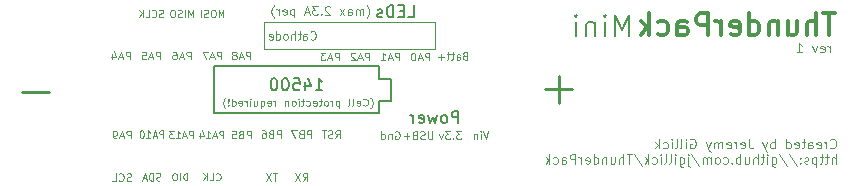
<source format=gbo>
G04 #@! TF.GenerationSoftware,KiCad,Pcbnew,(5.1.5-0-10_14)*
G04 #@! TF.CreationDate,2020-01-18T12:46:20-08:00*
G04 #@! TF.ProjectId,14500,31343530-302e-46b6-9963-61645f706362,rev?*
G04 #@! TF.SameCoordinates,Original*
G04 #@! TF.FileFunction,Legend,Bot*
G04 #@! TF.FilePolarity,Positive*
%FSLAX46Y46*%
G04 Gerber Fmt 4.6, Leading zero omitted, Abs format (unit mm)*
G04 Created by KiCad (PCBNEW (5.1.5-0-10_14)) date 2020-01-18 12:46:20*
%MOMM*%
%LPD*%
G04 APERTURE LIST*
%ADD10C,0.250000*%
%ADD11C,0.150000*%
%ADD12C,0.100000*%
%ADD13C,0.200000*%
%ADD14C,0.300000*%
%ADD15C,0.010000*%
%ADD16C,2.901600*%
%ADD17O,1.801600X1.801600*%
%ADD18R,1.801600X1.801600*%
%ADD19O,1.801600X1.451600*%
%ADD20O,1.601600X1.201600*%
%ADD21C,2.501600*%
G04 APERTURE END LIST*
D10*
X115242857Y-99964285D02*
X112957142Y-99964285D01*
X114100000Y-101107142D02*
X114100000Y-98821428D01*
X70917857Y-100189285D02*
X68632142Y-100189285D01*
D11*
X120048928Y-95464285D02*
X120048928Y-93664285D01*
X119448928Y-94950000D01*
X118848928Y-93664285D01*
X118848928Y-95464285D01*
X117991785Y-95464285D02*
X117991785Y-94264285D01*
X117991785Y-93664285D02*
X118077500Y-93750000D01*
X117991785Y-93835714D01*
X117906071Y-93750000D01*
X117991785Y-93664285D01*
X117991785Y-93835714D01*
X117134642Y-94264285D02*
X117134642Y-95464285D01*
X117134642Y-94435714D02*
X117048928Y-94350000D01*
X116877500Y-94264285D01*
X116620357Y-94264285D01*
X116448928Y-94350000D01*
X116363214Y-94521428D01*
X116363214Y-95464285D01*
X115506071Y-95464285D02*
X115506071Y-94264285D01*
X115506071Y-93664285D02*
X115591785Y-93750000D01*
X115506071Y-93835714D01*
X115420357Y-93750000D01*
X115506071Y-93664285D01*
X115506071Y-93835714D01*
D12*
X85077142Y-107639285D02*
X85105714Y-107667857D01*
X85191428Y-107696428D01*
X85248571Y-107696428D01*
X85334285Y-107667857D01*
X85391428Y-107610714D01*
X85420000Y-107553571D01*
X85448571Y-107439285D01*
X85448571Y-107353571D01*
X85420000Y-107239285D01*
X85391428Y-107182142D01*
X85334285Y-107125000D01*
X85248571Y-107096428D01*
X85191428Y-107096428D01*
X85105714Y-107125000D01*
X85077142Y-107153571D01*
X84534285Y-107696428D02*
X84820000Y-107696428D01*
X84820000Y-107096428D01*
X84334285Y-107696428D02*
X84334285Y-107096428D01*
X83991428Y-107696428D02*
X84248571Y-107353571D01*
X83991428Y-107096428D02*
X84334285Y-107439285D01*
X82634285Y-107696428D02*
X82634285Y-107096428D01*
X82491428Y-107096428D01*
X82405714Y-107125000D01*
X82348571Y-107182142D01*
X82320000Y-107239285D01*
X82291428Y-107353571D01*
X82291428Y-107439285D01*
X82320000Y-107553571D01*
X82348571Y-107610714D01*
X82405714Y-107667857D01*
X82491428Y-107696428D01*
X82634285Y-107696428D01*
X82034285Y-107696428D02*
X82034285Y-107096428D01*
X81634285Y-107096428D02*
X81520000Y-107096428D01*
X81462857Y-107125000D01*
X81405714Y-107182142D01*
X81377142Y-107296428D01*
X81377142Y-107496428D01*
X81405714Y-107610714D01*
X81462857Y-107667857D01*
X81520000Y-107696428D01*
X81634285Y-107696428D01*
X81691428Y-107667857D01*
X81748571Y-107610714D01*
X81777142Y-107496428D01*
X81777142Y-107296428D01*
X81748571Y-107182142D01*
X81691428Y-107125000D01*
X81634285Y-107096428D01*
X77868809Y-107713095D02*
X77775952Y-107744047D01*
X77621190Y-107744047D01*
X77559285Y-107713095D01*
X77528333Y-107682142D01*
X77497380Y-107620238D01*
X77497380Y-107558333D01*
X77528333Y-107496428D01*
X77559285Y-107465476D01*
X77621190Y-107434523D01*
X77745000Y-107403571D01*
X77806904Y-107372619D01*
X77837857Y-107341666D01*
X77868809Y-107279761D01*
X77868809Y-107217857D01*
X77837857Y-107155952D01*
X77806904Y-107125000D01*
X77745000Y-107094047D01*
X77590238Y-107094047D01*
X77497380Y-107125000D01*
X76847380Y-107682142D02*
X76878333Y-107713095D01*
X76971190Y-107744047D01*
X77033095Y-107744047D01*
X77125952Y-107713095D01*
X77187857Y-107651190D01*
X77218809Y-107589285D01*
X77249761Y-107465476D01*
X77249761Y-107372619D01*
X77218809Y-107248809D01*
X77187857Y-107186904D01*
X77125952Y-107125000D01*
X77033095Y-107094047D01*
X76971190Y-107094047D01*
X76878333Y-107125000D01*
X76847380Y-107155952D01*
X76259285Y-107744047D02*
X76568809Y-107744047D01*
X76568809Y-107094047D01*
X80348571Y-107688095D02*
X80262857Y-107719047D01*
X80120000Y-107719047D01*
X80062857Y-107688095D01*
X80034285Y-107657142D01*
X80005714Y-107595238D01*
X80005714Y-107533333D01*
X80034285Y-107471428D01*
X80062857Y-107440476D01*
X80120000Y-107409523D01*
X80234285Y-107378571D01*
X80291428Y-107347619D01*
X80320000Y-107316666D01*
X80348571Y-107254761D01*
X80348571Y-107192857D01*
X80320000Y-107130952D01*
X80291428Y-107100000D01*
X80234285Y-107069047D01*
X80091428Y-107069047D01*
X80005714Y-107100000D01*
X79748571Y-107719047D02*
X79748571Y-107069047D01*
X79605714Y-107069047D01*
X79520000Y-107100000D01*
X79462857Y-107161904D01*
X79434285Y-107223809D01*
X79405714Y-107347619D01*
X79405714Y-107440476D01*
X79434285Y-107564285D01*
X79462857Y-107626190D01*
X79520000Y-107688095D01*
X79605714Y-107719047D01*
X79748571Y-107719047D01*
X79177142Y-107533333D02*
X78891428Y-107533333D01*
X79234285Y-107719047D02*
X79034285Y-107069047D01*
X78834285Y-107719047D01*
X80584285Y-93863095D02*
X80498571Y-93894047D01*
X80355714Y-93894047D01*
X80298571Y-93863095D01*
X80270000Y-93832142D01*
X80241428Y-93770238D01*
X80241428Y-93708333D01*
X80270000Y-93646428D01*
X80298571Y-93615476D01*
X80355714Y-93584523D01*
X80470000Y-93553571D01*
X80527142Y-93522619D01*
X80555714Y-93491666D01*
X80584285Y-93429761D01*
X80584285Y-93367857D01*
X80555714Y-93305952D01*
X80527142Y-93275000D01*
X80470000Y-93244047D01*
X80327142Y-93244047D01*
X80241428Y-93275000D01*
X79641428Y-93832142D02*
X79670000Y-93863095D01*
X79755714Y-93894047D01*
X79812857Y-93894047D01*
X79898571Y-93863095D01*
X79955714Y-93801190D01*
X79984285Y-93739285D01*
X80012857Y-93615476D01*
X80012857Y-93522619D01*
X79984285Y-93398809D01*
X79955714Y-93336904D01*
X79898571Y-93275000D01*
X79812857Y-93244047D01*
X79755714Y-93244047D01*
X79670000Y-93275000D01*
X79641428Y-93305952D01*
X79098571Y-93894047D02*
X79384285Y-93894047D01*
X79384285Y-93244047D01*
X78898571Y-93894047D02*
X78898571Y-93244047D01*
X78555714Y-93894047D02*
X78812857Y-93522619D01*
X78555714Y-93244047D02*
X78898571Y-93615476D01*
X83112857Y-93894047D02*
X83112857Y-93244047D01*
X82912857Y-93708333D01*
X82712857Y-93244047D01*
X82712857Y-93894047D01*
X82427142Y-93894047D02*
X82427142Y-93244047D01*
X82170000Y-93863095D02*
X82084285Y-93894047D01*
X81941428Y-93894047D01*
X81884285Y-93863095D01*
X81855714Y-93832142D01*
X81827142Y-93770238D01*
X81827142Y-93708333D01*
X81855714Y-93646428D01*
X81884285Y-93615476D01*
X81941428Y-93584523D01*
X82055714Y-93553571D01*
X82112857Y-93522619D01*
X82141428Y-93491666D01*
X82170000Y-93429761D01*
X82170000Y-93367857D01*
X82141428Y-93305952D01*
X82112857Y-93275000D01*
X82055714Y-93244047D01*
X81912857Y-93244047D01*
X81827142Y-93275000D01*
X81455714Y-93244047D02*
X81341428Y-93244047D01*
X81284285Y-93275000D01*
X81227142Y-93336904D01*
X81198571Y-93460714D01*
X81198571Y-93677380D01*
X81227142Y-93801190D01*
X81284285Y-93863095D01*
X81341428Y-93894047D01*
X81455714Y-93894047D01*
X81512857Y-93863095D01*
X81570000Y-93801190D01*
X81598571Y-93677380D01*
X81598571Y-93460714D01*
X81570000Y-93336904D01*
X81512857Y-93275000D01*
X81455714Y-93244047D01*
X85687857Y-93894047D02*
X85687857Y-93244047D01*
X85487857Y-93708333D01*
X85287857Y-93244047D01*
X85287857Y-93894047D01*
X84887857Y-93244047D02*
X84773571Y-93244047D01*
X84716428Y-93275000D01*
X84659285Y-93336904D01*
X84630714Y-93460714D01*
X84630714Y-93677380D01*
X84659285Y-93801190D01*
X84716428Y-93863095D01*
X84773571Y-93894047D01*
X84887857Y-93894047D01*
X84945000Y-93863095D01*
X85002142Y-93801190D01*
X85030714Y-93677380D01*
X85030714Y-93460714D01*
X85002142Y-93336904D01*
X84945000Y-93275000D01*
X84887857Y-93244047D01*
X84402142Y-93863095D02*
X84316428Y-93894047D01*
X84173571Y-93894047D01*
X84116428Y-93863095D01*
X84087857Y-93832142D01*
X84059285Y-93770238D01*
X84059285Y-93708333D01*
X84087857Y-93646428D01*
X84116428Y-93615476D01*
X84173571Y-93584523D01*
X84287857Y-93553571D01*
X84345000Y-93522619D01*
X84373571Y-93491666D01*
X84402142Y-93429761D01*
X84402142Y-93367857D01*
X84373571Y-93305952D01*
X84345000Y-93275000D01*
X84287857Y-93244047D01*
X84145000Y-93244047D01*
X84059285Y-93275000D01*
X83802142Y-93894047D02*
X83802142Y-93244047D01*
X90265238Y-107069047D02*
X89893809Y-107069047D01*
X90079523Y-107719047D02*
X90079523Y-107069047D01*
X89739047Y-107069047D02*
X89305714Y-107719047D01*
X89305714Y-107069047D02*
X89739047Y-107719047D01*
X92428333Y-107719047D02*
X92645000Y-107409523D01*
X92799761Y-107719047D02*
X92799761Y-107069047D01*
X92552142Y-107069047D01*
X92490238Y-107100000D01*
X92459285Y-107130952D01*
X92428333Y-107192857D01*
X92428333Y-107285714D01*
X92459285Y-107347619D01*
X92490238Y-107378571D01*
X92552142Y-107409523D01*
X92799761Y-107409523D01*
X92211666Y-107069047D02*
X91778333Y-107719047D01*
X91778333Y-107069047D02*
X92211666Y-107719047D01*
X93070000Y-95717857D02*
X93103333Y-95753571D01*
X93203333Y-95789285D01*
X93270000Y-95789285D01*
X93370000Y-95753571D01*
X93436666Y-95682142D01*
X93470000Y-95610714D01*
X93503333Y-95467857D01*
X93503333Y-95360714D01*
X93470000Y-95217857D01*
X93436666Y-95146428D01*
X93370000Y-95075000D01*
X93270000Y-95039285D01*
X93203333Y-95039285D01*
X93103333Y-95075000D01*
X93070000Y-95110714D01*
X92470000Y-95789285D02*
X92470000Y-95396428D01*
X92503333Y-95325000D01*
X92570000Y-95289285D01*
X92703333Y-95289285D01*
X92770000Y-95325000D01*
X92470000Y-95753571D02*
X92536666Y-95789285D01*
X92703333Y-95789285D01*
X92770000Y-95753571D01*
X92803333Y-95682142D01*
X92803333Y-95610714D01*
X92770000Y-95539285D01*
X92703333Y-95503571D01*
X92536666Y-95503571D01*
X92470000Y-95467857D01*
X92236666Y-95289285D02*
X91970000Y-95289285D01*
X92136666Y-95039285D02*
X92136666Y-95682142D01*
X92103333Y-95753571D01*
X92036666Y-95789285D01*
X91970000Y-95789285D01*
X91736666Y-95789285D02*
X91736666Y-95039285D01*
X91436666Y-95789285D02*
X91436666Y-95396428D01*
X91470000Y-95325000D01*
X91536666Y-95289285D01*
X91636666Y-95289285D01*
X91703333Y-95325000D01*
X91736666Y-95360714D01*
X91003333Y-95789285D02*
X91070000Y-95753571D01*
X91103333Y-95717857D01*
X91136666Y-95646428D01*
X91136666Y-95432142D01*
X91103333Y-95360714D01*
X91070000Y-95325000D01*
X91003333Y-95289285D01*
X90903333Y-95289285D01*
X90836666Y-95325000D01*
X90803333Y-95360714D01*
X90770000Y-95432142D01*
X90770000Y-95646428D01*
X90803333Y-95717857D01*
X90836666Y-95753571D01*
X90903333Y-95789285D01*
X91003333Y-95789285D01*
X90170000Y-95789285D02*
X90170000Y-95039285D01*
X90170000Y-95753571D02*
X90236666Y-95789285D01*
X90370000Y-95789285D01*
X90436666Y-95753571D01*
X90470000Y-95717857D01*
X90503333Y-95646428D01*
X90503333Y-95432142D01*
X90470000Y-95360714D01*
X90436666Y-95325000D01*
X90370000Y-95289285D01*
X90236666Y-95289285D01*
X90170000Y-95325000D01*
X89570000Y-95753571D02*
X89636666Y-95789285D01*
X89770000Y-95789285D01*
X89836666Y-95753571D01*
X89870000Y-95682142D01*
X89870000Y-95396428D01*
X89836666Y-95325000D01*
X89770000Y-95289285D01*
X89636666Y-95289285D01*
X89570000Y-95325000D01*
X89536666Y-95396428D01*
X89536666Y-95467857D01*
X89870000Y-95539285D01*
X89170000Y-94250000D02*
X103570000Y-94250000D01*
X89170000Y-96600000D02*
X89170000Y-94250000D01*
X103570000Y-96600000D02*
X89170000Y-96600000D01*
X103570000Y-94250000D02*
X103570000Y-96600000D01*
X95175952Y-104119047D02*
X95392619Y-103809523D01*
X95547380Y-104119047D02*
X95547380Y-103469047D01*
X95299761Y-103469047D01*
X95237857Y-103500000D01*
X95206904Y-103530952D01*
X95175952Y-103592857D01*
X95175952Y-103685714D01*
X95206904Y-103747619D01*
X95237857Y-103778571D01*
X95299761Y-103809523D01*
X95547380Y-103809523D01*
X94928333Y-104088095D02*
X94835476Y-104119047D01*
X94680714Y-104119047D01*
X94618809Y-104088095D01*
X94587857Y-104057142D01*
X94556904Y-103995238D01*
X94556904Y-103933333D01*
X94587857Y-103871428D01*
X94618809Y-103840476D01*
X94680714Y-103809523D01*
X94804523Y-103778571D01*
X94866428Y-103747619D01*
X94897380Y-103716666D01*
X94928333Y-103654761D01*
X94928333Y-103592857D01*
X94897380Y-103530952D01*
X94866428Y-103500000D01*
X94804523Y-103469047D01*
X94649761Y-103469047D01*
X94556904Y-103500000D01*
X94371190Y-103469047D02*
X93999761Y-103469047D01*
X94185476Y-104119047D02*
X94185476Y-103469047D01*
X93124761Y-104119047D02*
X93124761Y-103469047D01*
X92877142Y-103469047D01*
X92815238Y-103500000D01*
X92784285Y-103530952D01*
X92753333Y-103592857D01*
X92753333Y-103685714D01*
X92784285Y-103747619D01*
X92815238Y-103778571D01*
X92877142Y-103809523D01*
X93124761Y-103809523D01*
X92258095Y-103778571D02*
X92165238Y-103809523D01*
X92134285Y-103840476D01*
X92103333Y-103902380D01*
X92103333Y-103995238D01*
X92134285Y-104057142D01*
X92165238Y-104088095D01*
X92227142Y-104119047D01*
X92474761Y-104119047D01*
X92474761Y-103469047D01*
X92258095Y-103469047D01*
X92196190Y-103500000D01*
X92165238Y-103530952D01*
X92134285Y-103592857D01*
X92134285Y-103654761D01*
X92165238Y-103716666D01*
X92196190Y-103747619D01*
X92258095Y-103778571D01*
X92474761Y-103778571D01*
X91886666Y-103469047D02*
X91453333Y-103469047D01*
X91731904Y-104119047D01*
X90574761Y-104119047D02*
X90574761Y-103469047D01*
X90327142Y-103469047D01*
X90265238Y-103500000D01*
X90234285Y-103530952D01*
X90203333Y-103592857D01*
X90203333Y-103685714D01*
X90234285Y-103747619D01*
X90265238Y-103778571D01*
X90327142Y-103809523D01*
X90574761Y-103809523D01*
X89708095Y-103778571D02*
X89615238Y-103809523D01*
X89584285Y-103840476D01*
X89553333Y-103902380D01*
X89553333Y-103995238D01*
X89584285Y-104057142D01*
X89615238Y-104088095D01*
X89677142Y-104119047D01*
X89924761Y-104119047D01*
X89924761Y-103469047D01*
X89708095Y-103469047D01*
X89646190Y-103500000D01*
X89615238Y-103530952D01*
X89584285Y-103592857D01*
X89584285Y-103654761D01*
X89615238Y-103716666D01*
X89646190Y-103747619D01*
X89708095Y-103778571D01*
X89924761Y-103778571D01*
X88996190Y-103469047D02*
X89120000Y-103469047D01*
X89181904Y-103500000D01*
X89212857Y-103530952D01*
X89274761Y-103623809D01*
X89305714Y-103747619D01*
X89305714Y-103995238D01*
X89274761Y-104057142D01*
X89243809Y-104088095D01*
X89181904Y-104119047D01*
X89058095Y-104119047D01*
X88996190Y-104088095D01*
X88965238Y-104057142D01*
X88934285Y-103995238D01*
X88934285Y-103840476D01*
X88965238Y-103778571D01*
X88996190Y-103747619D01*
X89058095Y-103716666D01*
X89181904Y-103716666D01*
X89243809Y-103747619D01*
X89274761Y-103778571D01*
X89305714Y-103840476D01*
X137044523Y-96861904D02*
X137044523Y-96328571D01*
X137044523Y-96480952D02*
X137006428Y-96404761D01*
X136968333Y-96366666D01*
X136892142Y-96328571D01*
X136815952Y-96328571D01*
X136244523Y-96823809D02*
X136320714Y-96861904D01*
X136473095Y-96861904D01*
X136549285Y-96823809D01*
X136587380Y-96747619D01*
X136587380Y-96442857D01*
X136549285Y-96366666D01*
X136473095Y-96328571D01*
X136320714Y-96328571D01*
X136244523Y-96366666D01*
X136206428Y-96442857D01*
X136206428Y-96519047D01*
X136587380Y-96595238D01*
X135939761Y-96328571D02*
X135749285Y-96861904D01*
X135558809Y-96328571D01*
X134225476Y-96861904D02*
X134682619Y-96861904D01*
X134454047Y-96861904D02*
X134454047Y-96061904D01*
X134530238Y-96176190D01*
X134606428Y-96252380D01*
X134682619Y-96290476D01*
X137087380Y-104910714D02*
X137125476Y-104948809D01*
X137239761Y-104986904D01*
X137315952Y-104986904D01*
X137430238Y-104948809D01*
X137506428Y-104872619D01*
X137544523Y-104796428D01*
X137582619Y-104644047D01*
X137582619Y-104529761D01*
X137544523Y-104377380D01*
X137506428Y-104301190D01*
X137430238Y-104225000D01*
X137315952Y-104186904D01*
X137239761Y-104186904D01*
X137125476Y-104225000D01*
X137087380Y-104263095D01*
X136744523Y-104986904D02*
X136744523Y-104453571D01*
X136744523Y-104605952D02*
X136706428Y-104529761D01*
X136668333Y-104491666D01*
X136592142Y-104453571D01*
X136515952Y-104453571D01*
X135944523Y-104948809D02*
X136020714Y-104986904D01*
X136173095Y-104986904D01*
X136249285Y-104948809D01*
X136287380Y-104872619D01*
X136287380Y-104567857D01*
X136249285Y-104491666D01*
X136173095Y-104453571D01*
X136020714Y-104453571D01*
X135944523Y-104491666D01*
X135906428Y-104567857D01*
X135906428Y-104644047D01*
X136287380Y-104720238D01*
X135220714Y-104986904D02*
X135220714Y-104567857D01*
X135258809Y-104491666D01*
X135335000Y-104453571D01*
X135487380Y-104453571D01*
X135563571Y-104491666D01*
X135220714Y-104948809D02*
X135296904Y-104986904D01*
X135487380Y-104986904D01*
X135563571Y-104948809D01*
X135601666Y-104872619D01*
X135601666Y-104796428D01*
X135563571Y-104720238D01*
X135487380Y-104682142D01*
X135296904Y-104682142D01*
X135220714Y-104644047D01*
X134954047Y-104453571D02*
X134649285Y-104453571D01*
X134839761Y-104186904D02*
X134839761Y-104872619D01*
X134801666Y-104948809D01*
X134725476Y-104986904D01*
X134649285Y-104986904D01*
X134077857Y-104948809D02*
X134154047Y-104986904D01*
X134306428Y-104986904D01*
X134382619Y-104948809D01*
X134420714Y-104872619D01*
X134420714Y-104567857D01*
X134382619Y-104491666D01*
X134306428Y-104453571D01*
X134154047Y-104453571D01*
X134077857Y-104491666D01*
X134039761Y-104567857D01*
X134039761Y-104644047D01*
X134420714Y-104720238D01*
X133354047Y-104986904D02*
X133354047Y-104186904D01*
X133354047Y-104948809D02*
X133430238Y-104986904D01*
X133582619Y-104986904D01*
X133658809Y-104948809D01*
X133696904Y-104910714D01*
X133735000Y-104834523D01*
X133735000Y-104605952D01*
X133696904Y-104529761D01*
X133658809Y-104491666D01*
X133582619Y-104453571D01*
X133430238Y-104453571D01*
X133354047Y-104491666D01*
X132363571Y-104986904D02*
X132363571Y-104186904D01*
X132363571Y-104491666D02*
X132287380Y-104453571D01*
X132135000Y-104453571D01*
X132058809Y-104491666D01*
X132020714Y-104529761D01*
X131982619Y-104605952D01*
X131982619Y-104834523D01*
X132020714Y-104910714D01*
X132058809Y-104948809D01*
X132135000Y-104986904D01*
X132287380Y-104986904D01*
X132363571Y-104948809D01*
X131715952Y-104453571D02*
X131525476Y-104986904D01*
X131335000Y-104453571D02*
X131525476Y-104986904D01*
X131601666Y-105177380D01*
X131639761Y-105215476D01*
X131715952Y-105253571D01*
X130192142Y-104186904D02*
X130192142Y-104758333D01*
X130230238Y-104872619D01*
X130306428Y-104948809D01*
X130420714Y-104986904D01*
X130496904Y-104986904D01*
X129506428Y-104948809D02*
X129582619Y-104986904D01*
X129735000Y-104986904D01*
X129811190Y-104948809D01*
X129849285Y-104872619D01*
X129849285Y-104567857D01*
X129811190Y-104491666D01*
X129735000Y-104453571D01*
X129582619Y-104453571D01*
X129506428Y-104491666D01*
X129468333Y-104567857D01*
X129468333Y-104644047D01*
X129849285Y-104720238D01*
X129125476Y-104986904D02*
X129125476Y-104453571D01*
X129125476Y-104605952D02*
X129087380Y-104529761D01*
X129049285Y-104491666D01*
X128973095Y-104453571D01*
X128896904Y-104453571D01*
X128325476Y-104948809D02*
X128401666Y-104986904D01*
X128554047Y-104986904D01*
X128630238Y-104948809D01*
X128668333Y-104872619D01*
X128668333Y-104567857D01*
X128630238Y-104491666D01*
X128554047Y-104453571D01*
X128401666Y-104453571D01*
X128325476Y-104491666D01*
X128287380Y-104567857D01*
X128287380Y-104644047D01*
X128668333Y-104720238D01*
X127944523Y-104986904D02*
X127944523Y-104453571D01*
X127944523Y-104529761D02*
X127906428Y-104491666D01*
X127830238Y-104453571D01*
X127715952Y-104453571D01*
X127639761Y-104491666D01*
X127601666Y-104567857D01*
X127601666Y-104986904D01*
X127601666Y-104567857D02*
X127563571Y-104491666D01*
X127487380Y-104453571D01*
X127373095Y-104453571D01*
X127296904Y-104491666D01*
X127258809Y-104567857D01*
X127258809Y-104986904D01*
X126954047Y-104453571D02*
X126763571Y-104986904D01*
X126573095Y-104453571D02*
X126763571Y-104986904D01*
X126839761Y-105177380D01*
X126877857Y-105215476D01*
X126954047Y-105253571D01*
X125239761Y-104225000D02*
X125315952Y-104186904D01*
X125430238Y-104186904D01*
X125544523Y-104225000D01*
X125620714Y-104301190D01*
X125658809Y-104377380D01*
X125696904Y-104529761D01*
X125696904Y-104644047D01*
X125658809Y-104796428D01*
X125620714Y-104872619D01*
X125544523Y-104948809D01*
X125430238Y-104986904D01*
X125354047Y-104986904D01*
X125239761Y-104948809D01*
X125201666Y-104910714D01*
X125201666Y-104644047D01*
X125354047Y-104644047D01*
X124858809Y-104986904D02*
X124858809Y-104453571D01*
X124858809Y-104186904D02*
X124896904Y-104225000D01*
X124858809Y-104263095D01*
X124820714Y-104225000D01*
X124858809Y-104186904D01*
X124858809Y-104263095D01*
X124363571Y-104986904D02*
X124439761Y-104948809D01*
X124477857Y-104872619D01*
X124477857Y-104186904D01*
X123944523Y-104986904D02*
X124020714Y-104948809D01*
X124058809Y-104872619D01*
X124058809Y-104186904D01*
X123639761Y-104986904D02*
X123639761Y-104453571D01*
X123639761Y-104186904D02*
X123677857Y-104225000D01*
X123639761Y-104263095D01*
X123601666Y-104225000D01*
X123639761Y-104186904D01*
X123639761Y-104263095D01*
X122915952Y-104948809D02*
X122992142Y-104986904D01*
X123144523Y-104986904D01*
X123220714Y-104948809D01*
X123258809Y-104910714D01*
X123296904Y-104834523D01*
X123296904Y-104605952D01*
X123258809Y-104529761D01*
X123220714Y-104491666D01*
X123144523Y-104453571D01*
X122992142Y-104453571D01*
X122915952Y-104491666D01*
X122573095Y-104986904D02*
X122573095Y-104186904D01*
X122496904Y-104682142D02*
X122268333Y-104986904D01*
X122268333Y-104453571D02*
X122573095Y-104758333D01*
X137544523Y-106286904D02*
X137544523Y-105486904D01*
X137201666Y-106286904D02*
X137201666Y-105867857D01*
X137239761Y-105791666D01*
X137315952Y-105753571D01*
X137430238Y-105753571D01*
X137506428Y-105791666D01*
X137544523Y-105829761D01*
X136935000Y-105753571D02*
X136630238Y-105753571D01*
X136820714Y-105486904D02*
X136820714Y-106172619D01*
X136782619Y-106248809D01*
X136706428Y-106286904D01*
X136630238Y-106286904D01*
X136477857Y-105753571D02*
X136173095Y-105753571D01*
X136363571Y-105486904D02*
X136363571Y-106172619D01*
X136325476Y-106248809D01*
X136249285Y-106286904D01*
X136173095Y-106286904D01*
X135906428Y-105753571D02*
X135906428Y-106553571D01*
X135906428Y-105791666D02*
X135830238Y-105753571D01*
X135677857Y-105753571D01*
X135601666Y-105791666D01*
X135563571Y-105829761D01*
X135525476Y-105905952D01*
X135525476Y-106134523D01*
X135563571Y-106210714D01*
X135601666Y-106248809D01*
X135677857Y-106286904D01*
X135830238Y-106286904D01*
X135906428Y-106248809D01*
X135220714Y-106248809D02*
X135144523Y-106286904D01*
X134992142Y-106286904D01*
X134915952Y-106248809D01*
X134877857Y-106172619D01*
X134877857Y-106134523D01*
X134915952Y-106058333D01*
X134992142Y-106020238D01*
X135106428Y-106020238D01*
X135182619Y-105982142D01*
X135220714Y-105905952D01*
X135220714Y-105867857D01*
X135182619Y-105791666D01*
X135106428Y-105753571D01*
X134992142Y-105753571D01*
X134915952Y-105791666D01*
X134535000Y-106210714D02*
X134496904Y-106248809D01*
X134535000Y-106286904D01*
X134573095Y-106248809D01*
X134535000Y-106210714D01*
X134535000Y-106286904D01*
X134535000Y-105791666D02*
X134496904Y-105829761D01*
X134535000Y-105867857D01*
X134573095Y-105829761D01*
X134535000Y-105791666D01*
X134535000Y-105867857D01*
X133582619Y-105448809D02*
X134268333Y-106477380D01*
X132744523Y-105448809D02*
X133430238Y-106477380D01*
X132135000Y-105753571D02*
X132135000Y-106401190D01*
X132173095Y-106477380D01*
X132211190Y-106515476D01*
X132287380Y-106553571D01*
X132401666Y-106553571D01*
X132477857Y-106515476D01*
X132135000Y-106248809D02*
X132211190Y-106286904D01*
X132363571Y-106286904D01*
X132439761Y-106248809D01*
X132477857Y-106210714D01*
X132515952Y-106134523D01*
X132515952Y-105905952D01*
X132477857Y-105829761D01*
X132439761Y-105791666D01*
X132363571Y-105753571D01*
X132211190Y-105753571D01*
X132135000Y-105791666D01*
X131754047Y-106286904D02*
X131754047Y-105753571D01*
X131754047Y-105486904D02*
X131792142Y-105525000D01*
X131754047Y-105563095D01*
X131715952Y-105525000D01*
X131754047Y-105486904D01*
X131754047Y-105563095D01*
X131487380Y-105753571D02*
X131182619Y-105753571D01*
X131373095Y-105486904D02*
X131373095Y-106172619D01*
X131335000Y-106248809D01*
X131258809Y-106286904D01*
X131182619Y-106286904D01*
X130915952Y-106286904D02*
X130915952Y-105486904D01*
X130573095Y-106286904D02*
X130573095Y-105867857D01*
X130611190Y-105791666D01*
X130687380Y-105753571D01*
X130801666Y-105753571D01*
X130877857Y-105791666D01*
X130915952Y-105829761D01*
X129849285Y-105753571D02*
X129849285Y-106286904D01*
X130192142Y-105753571D02*
X130192142Y-106172619D01*
X130154047Y-106248809D01*
X130077857Y-106286904D01*
X129963571Y-106286904D01*
X129887380Y-106248809D01*
X129849285Y-106210714D01*
X129468333Y-106286904D02*
X129468333Y-105486904D01*
X129468333Y-105791666D02*
X129392142Y-105753571D01*
X129239761Y-105753571D01*
X129163571Y-105791666D01*
X129125476Y-105829761D01*
X129087380Y-105905952D01*
X129087380Y-106134523D01*
X129125476Y-106210714D01*
X129163571Y-106248809D01*
X129239761Y-106286904D01*
X129392142Y-106286904D01*
X129468333Y-106248809D01*
X128744523Y-106210714D02*
X128706428Y-106248809D01*
X128744523Y-106286904D01*
X128782619Y-106248809D01*
X128744523Y-106210714D01*
X128744523Y-106286904D01*
X128020714Y-106248809D02*
X128096904Y-106286904D01*
X128249285Y-106286904D01*
X128325476Y-106248809D01*
X128363571Y-106210714D01*
X128401666Y-106134523D01*
X128401666Y-105905952D01*
X128363571Y-105829761D01*
X128325476Y-105791666D01*
X128249285Y-105753571D01*
X128096904Y-105753571D01*
X128020714Y-105791666D01*
X127563571Y-106286904D02*
X127639761Y-106248809D01*
X127677857Y-106210714D01*
X127715952Y-106134523D01*
X127715952Y-105905952D01*
X127677857Y-105829761D01*
X127639761Y-105791666D01*
X127563571Y-105753571D01*
X127449285Y-105753571D01*
X127373095Y-105791666D01*
X127335000Y-105829761D01*
X127296904Y-105905952D01*
X127296904Y-106134523D01*
X127335000Y-106210714D01*
X127373095Y-106248809D01*
X127449285Y-106286904D01*
X127563571Y-106286904D01*
X126954047Y-106286904D02*
X126954047Y-105753571D01*
X126954047Y-105829761D02*
X126915952Y-105791666D01*
X126839761Y-105753571D01*
X126725476Y-105753571D01*
X126649285Y-105791666D01*
X126611190Y-105867857D01*
X126611190Y-106286904D01*
X126611190Y-105867857D02*
X126573095Y-105791666D01*
X126496904Y-105753571D01*
X126382619Y-105753571D01*
X126306428Y-105791666D01*
X126268333Y-105867857D01*
X126268333Y-106286904D01*
X125315952Y-105448809D02*
X126001666Y-106477380D01*
X125049285Y-105753571D02*
X125049285Y-106439285D01*
X125087380Y-106515476D01*
X125163571Y-106553571D01*
X125201666Y-106553571D01*
X125049285Y-105486904D02*
X125087380Y-105525000D01*
X125049285Y-105563095D01*
X125011190Y-105525000D01*
X125049285Y-105486904D01*
X125049285Y-105563095D01*
X124325476Y-105753571D02*
X124325476Y-106401190D01*
X124363571Y-106477380D01*
X124401666Y-106515476D01*
X124477857Y-106553571D01*
X124592142Y-106553571D01*
X124668333Y-106515476D01*
X124325476Y-106248809D02*
X124401666Y-106286904D01*
X124554047Y-106286904D01*
X124630238Y-106248809D01*
X124668333Y-106210714D01*
X124706428Y-106134523D01*
X124706428Y-105905952D01*
X124668333Y-105829761D01*
X124630238Y-105791666D01*
X124554047Y-105753571D01*
X124401666Y-105753571D01*
X124325476Y-105791666D01*
X123944523Y-106286904D02*
X123944523Y-105753571D01*
X123944523Y-105486904D02*
X123982619Y-105525000D01*
X123944523Y-105563095D01*
X123906428Y-105525000D01*
X123944523Y-105486904D01*
X123944523Y-105563095D01*
X123449285Y-106286904D02*
X123525476Y-106248809D01*
X123563571Y-106172619D01*
X123563571Y-105486904D01*
X123030238Y-106286904D02*
X123106428Y-106248809D01*
X123144523Y-106172619D01*
X123144523Y-105486904D01*
X122725476Y-106286904D02*
X122725476Y-105753571D01*
X122725476Y-105486904D02*
X122763571Y-105525000D01*
X122725476Y-105563095D01*
X122687380Y-105525000D01*
X122725476Y-105486904D01*
X122725476Y-105563095D01*
X122001666Y-106248809D02*
X122077857Y-106286904D01*
X122230238Y-106286904D01*
X122306428Y-106248809D01*
X122344523Y-106210714D01*
X122382619Y-106134523D01*
X122382619Y-105905952D01*
X122344523Y-105829761D01*
X122306428Y-105791666D01*
X122230238Y-105753571D01*
X122077857Y-105753571D01*
X122001666Y-105791666D01*
X121658809Y-106286904D02*
X121658809Y-105486904D01*
X121582619Y-105982142D02*
X121354047Y-106286904D01*
X121354047Y-105753571D02*
X121658809Y-106058333D01*
X120439761Y-105448809D02*
X121125476Y-106477380D01*
X120287380Y-105486904D02*
X119830238Y-105486904D01*
X120058809Y-106286904D02*
X120058809Y-105486904D01*
X119563571Y-106286904D02*
X119563571Y-105486904D01*
X119220714Y-106286904D02*
X119220714Y-105867857D01*
X119258809Y-105791666D01*
X119335000Y-105753571D01*
X119449285Y-105753571D01*
X119525476Y-105791666D01*
X119563571Y-105829761D01*
X118496904Y-105753571D02*
X118496904Y-106286904D01*
X118839761Y-105753571D02*
X118839761Y-106172619D01*
X118801666Y-106248809D01*
X118725476Y-106286904D01*
X118611190Y-106286904D01*
X118535000Y-106248809D01*
X118496904Y-106210714D01*
X118115952Y-105753571D02*
X118115952Y-106286904D01*
X118115952Y-105829761D02*
X118077857Y-105791666D01*
X118001666Y-105753571D01*
X117887380Y-105753571D01*
X117811190Y-105791666D01*
X117773095Y-105867857D01*
X117773095Y-106286904D01*
X117049285Y-106286904D02*
X117049285Y-105486904D01*
X117049285Y-106248809D02*
X117125476Y-106286904D01*
X117277857Y-106286904D01*
X117354047Y-106248809D01*
X117392142Y-106210714D01*
X117430238Y-106134523D01*
X117430238Y-105905952D01*
X117392142Y-105829761D01*
X117354047Y-105791666D01*
X117277857Y-105753571D01*
X117125476Y-105753571D01*
X117049285Y-105791666D01*
X116363571Y-106248809D02*
X116439761Y-106286904D01*
X116592142Y-106286904D01*
X116668333Y-106248809D01*
X116706428Y-106172619D01*
X116706428Y-105867857D01*
X116668333Y-105791666D01*
X116592142Y-105753571D01*
X116439761Y-105753571D01*
X116363571Y-105791666D01*
X116325476Y-105867857D01*
X116325476Y-105944047D01*
X116706428Y-106020238D01*
X115982619Y-106286904D02*
X115982619Y-105753571D01*
X115982619Y-105905952D02*
X115944523Y-105829761D01*
X115906428Y-105791666D01*
X115830238Y-105753571D01*
X115754047Y-105753571D01*
X115487380Y-106286904D02*
X115487380Y-105486904D01*
X115182619Y-105486904D01*
X115106428Y-105525000D01*
X115068333Y-105563095D01*
X115030238Y-105639285D01*
X115030238Y-105753571D01*
X115068333Y-105829761D01*
X115106428Y-105867857D01*
X115182619Y-105905952D01*
X115487380Y-105905952D01*
X114344523Y-106286904D02*
X114344523Y-105867857D01*
X114382619Y-105791666D01*
X114458809Y-105753571D01*
X114611190Y-105753571D01*
X114687380Y-105791666D01*
X114344523Y-106248809D02*
X114420714Y-106286904D01*
X114611190Y-106286904D01*
X114687380Y-106248809D01*
X114725476Y-106172619D01*
X114725476Y-106096428D01*
X114687380Y-106020238D01*
X114611190Y-105982142D01*
X114420714Y-105982142D01*
X114344523Y-105944047D01*
X113620714Y-106248809D02*
X113696904Y-106286904D01*
X113849285Y-106286904D01*
X113925476Y-106248809D01*
X113963571Y-106210714D01*
X114001666Y-106134523D01*
X114001666Y-105905952D01*
X113963571Y-105829761D01*
X113925476Y-105791666D01*
X113849285Y-105753571D01*
X113696904Y-105753571D01*
X113620714Y-105791666D01*
X113277857Y-106286904D02*
X113277857Y-105486904D01*
X113201666Y-105982142D02*
X112973095Y-106286904D01*
X112973095Y-105753571D02*
X113277857Y-106058333D01*
X97828571Y-93933333D02*
X97864285Y-93900000D01*
X97935714Y-93800000D01*
X97971428Y-93733333D01*
X98007142Y-93633333D01*
X98042857Y-93466666D01*
X98042857Y-93333333D01*
X98007142Y-93166666D01*
X97971428Y-93066666D01*
X97935714Y-93000000D01*
X97864285Y-92900000D01*
X97828571Y-92866666D01*
X97542857Y-93666666D02*
X97542857Y-93200000D01*
X97542857Y-93266666D02*
X97507142Y-93233333D01*
X97435714Y-93200000D01*
X97328571Y-93200000D01*
X97257142Y-93233333D01*
X97221428Y-93300000D01*
X97221428Y-93666666D01*
X97221428Y-93300000D02*
X97185714Y-93233333D01*
X97114285Y-93200000D01*
X97007142Y-93200000D01*
X96935714Y-93233333D01*
X96900000Y-93300000D01*
X96900000Y-93666666D01*
X96221428Y-93666666D02*
X96221428Y-93300000D01*
X96257142Y-93233333D01*
X96328571Y-93200000D01*
X96471428Y-93200000D01*
X96542857Y-93233333D01*
X96221428Y-93633333D02*
X96292857Y-93666666D01*
X96471428Y-93666666D01*
X96542857Y-93633333D01*
X96578571Y-93566666D01*
X96578571Y-93500000D01*
X96542857Y-93433333D01*
X96471428Y-93400000D01*
X96292857Y-93400000D01*
X96221428Y-93366666D01*
X95935714Y-93666666D02*
X95542857Y-93200000D01*
X95935714Y-93200000D02*
X95542857Y-93666666D01*
X94721428Y-93033333D02*
X94685714Y-93000000D01*
X94614285Y-92966666D01*
X94435714Y-92966666D01*
X94364285Y-93000000D01*
X94328571Y-93033333D01*
X94292857Y-93100000D01*
X94292857Y-93166666D01*
X94328571Y-93266666D01*
X94757142Y-93666666D01*
X94292857Y-93666666D01*
X93971428Y-93600000D02*
X93935714Y-93633333D01*
X93971428Y-93666666D01*
X94007142Y-93633333D01*
X93971428Y-93600000D01*
X93971428Y-93666666D01*
X93685714Y-92966666D02*
X93221428Y-92966666D01*
X93471428Y-93233333D01*
X93364285Y-93233333D01*
X93292857Y-93266666D01*
X93257142Y-93300000D01*
X93221428Y-93366666D01*
X93221428Y-93533333D01*
X93257142Y-93600000D01*
X93292857Y-93633333D01*
X93364285Y-93666666D01*
X93578571Y-93666666D01*
X93650000Y-93633333D01*
X93685714Y-93600000D01*
X92935714Y-93466666D02*
X92578571Y-93466666D01*
X93007142Y-93666666D02*
X92757142Y-92966666D01*
X92507142Y-93666666D01*
X91685714Y-93200000D02*
X91685714Y-93900000D01*
X91685714Y-93233333D02*
X91614285Y-93200000D01*
X91471428Y-93200000D01*
X91400000Y-93233333D01*
X91364285Y-93266666D01*
X91328571Y-93333333D01*
X91328571Y-93533333D01*
X91364285Y-93600000D01*
X91400000Y-93633333D01*
X91471428Y-93666666D01*
X91614285Y-93666666D01*
X91685714Y-93633333D01*
X90721428Y-93633333D02*
X90792857Y-93666666D01*
X90935714Y-93666666D01*
X91007142Y-93633333D01*
X91042857Y-93566666D01*
X91042857Y-93300000D01*
X91007142Y-93233333D01*
X90935714Y-93200000D01*
X90792857Y-93200000D01*
X90721428Y-93233333D01*
X90685714Y-93300000D01*
X90685714Y-93366666D01*
X91042857Y-93433333D01*
X90364285Y-93666666D02*
X90364285Y-93200000D01*
X90364285Y-93333333D02*
X90328571Y-93266666D01*
X90292857Y-93233333D01*
X90221428Y-93200000D01*
X90150000Y-93200000D01*
X89971428Y-93933333D02*
X89935714Y-93900000D01*
X89864285Y-93800000D01*
X89828571Y-93733333D01*
X89792857Y-93633333D01*
X89757142Y-93466666D01*
X89757142Y-93333333D01*
X89792857Y-93166666D01*
X89828571Y-93066666D01*
X89864285Y-93000000D01*
X89935714Y-92900000D01*
X89971428Y-92866666D01*
X87978333Y-97444047D02*
X87978333Y-96794047D01*
X87730714Y-96794047D01*
X87668809Y-96825000D01*
X87637857Y-96855952D01*
X87606904Y-96917857D01*
X87606904Y-97010714D01*
X87637857Y-97072619D01*
X87668809Y-97103571D01*
X87730714Y-97134523D01*
X87978333Y-97134523D01*
X87359285Y-97258333D02*
X87049761Y-97258333D01*
X87421190Y-97444047D02*
X87204523Y-96794047D01*
X86987857Y-97444047D01*
X86678333Y-97072619D02*
X86740238Y-97041666D01*
X86771190Y-97010714D01*
X86802142Y-96948809D01*
X86802142Y-96917857D01*
X86771190Y-96855952D01*
X86740238Y-96825000D01*
X86678333Y-96794047D01*
X86554523Y-96794047D01*
X86492619Y-96825000D01*
X86461666Y-96855952D01*
X86430714Y-96917857D01*
X86430714Y-96948809D01*
X86461666Y-97010714D01*
X86492619Y-97041666D01*
X86554523Y-97072619D01*
X86678333Y-97072619D01*
X86740238Y-97103571D01*
X86771190Y-97134523D01*
X86802142Y-97196428D01*
X86802142Y-97320238D01*
X86771190Y-97382142D01*
X86740238Y-97413095D01*
X86678333Y-97444047D01*
X86554523Y-97444047D01*
X86492619Y-97413095D01*
X86461666Y-97382142D01*
X86430714Y-97320238D01*
X86430714Y-97196428D01*
X86461666Y-97134523D01*
X86492619Y-97103571D01*
X86554523Y-97072619D01*
X85503333Y-97444047D02*
X85503333Y-96794047D01*
X85255714Y-96794047D01*
X85193809Y-96825000D01*
X85162857Y-96855952D01*
X85131904Y-96917857D01*
X85131904Y-97010714D01*
X85162857Y-97072619D01*
X85193809Y-97103571D01*
X85255714Y-97134523D01*
X85503333Y-97134523D01*
X84884285Y-97258333D02*
X84574761Y-97258333D01*
X84946190Y-97444047D02*
X84729523Y-96794047D01*
X84512857Y-97444047D01*
X84358095Y-96794047D02*
X83924761Y-96794047D01*
X84203333Y-97444047D01*
X82928333Y-97444047D02*
X82928333Y-96794047D01*
X82680714Y-96794047D01*
X82618809Y-96825000D01*
X82587857Y-96855952D01*
X82556904Y-96917857D01*
X82556904Y-97010714D01*
X82587857Y-97072619D01*
X82618809Y-97103571D01*
X82680714Y-97134523D01*
X82928333Y-97134523D01*
X82309285Y-97258333D02*
X81999761Y-97258333D01*
X82371190Y-97444047D02*
X82154523Y-96794047D01*
X81937857Y-97444047D01*
X81442619Y-96794047D02*
X81566428Y-96794047D01*
X81628333Y-96825000D01*
X81659285Y-96855952D01*
X81721190Y-96948809D01*
X81752142Y-97072619D01*
X81752142Y-97320238D01*
X81721190Y-97382142D01*
X81690238Y-97413095D01*
X81628333Y-97444047D01*
X81504523Y-97444047D01*
X81442619Y-97413095D01*
X81411666Y-97382142D01*
X81380714Y-97320238D01*
X81380714Y-97165476D01*
X81411666Y-97103571D01*
X81442619Y-97072619D01*
X81504523Y-97041666D01*
X81628333Y-97041666D01*
X81690238Y-97072619D01*
X81721190Y-97103571D01*
X81752142Y-97165476D01*
X80328333Y-97444047D02*
X80328333Y-96794047D01*
X80080714Y-96794047D01*
X80018809Y-96825000D01*
X79987857Y-96855952D01*
X79956904Y-96917857D01*
X79956904Y-97010714D01*
X79987857Y-97072619D01*
X80018809Y-97103571D01*
X80080714Y-97134523D01*
X80328333Y-97134523D01*
X79709285Y-97258333D02*
X79399761Y-97258333D01*
X79771190Y-97444047D02*
X79554523Y-96794047D01*
X79337857Y-97444047D01*
X78811666Y-96794047D02*
X79121190Y-96794047D01*
X79152142Y-97103571D01*
X79121190Y-97072619D01*
X79059285Y-97041666D01*
X78904523Y-97041666D01*
X78842619Y-97072619D01*
X78811666Y-97103571D01*
X78780714Y-97165476D01*
X78780714Y-97320238D01*
X78811666Y-97382142D01*
X78842619Y-97413095D01*
X78904523Y-97444047D01*
X79059285Y-97444047D01*
X79121190Y-97413095D01*
X79152142Y-97382142D01*
X77778333Y-97444047D02*
X77778333Y-96794047D01*
X77530714Y-96794047D01*
X77468809Y-96825000D01*
X77437857Y-96855952D01*
X77406904Y-96917857D01*
X77406904Y-97010714D01*
X77437857Y-97072619D01*
X77468809Y-97103571D01*
X77530714Y-97134523D01*
X77778333Y-97134523D01*
X77159285Y-97258333D02*
X76849761Y-97258333D01*
X77221190Y-97444047D02*
X77004523Y-96794047D01*
X76787857Y-97444047D01*
X76292619Y-97010714D02*
X76292619Y-97444047D01*
X76447380Y-96763095D02*
X76602142Y-97227380D01*
X76199761Y-97227380D01*
X88024761Y-104144047D02*
X88024761Y-103494047D01*
X87777142Y-103494047D01*
X87715238Y-103525000D01*
X87684285Y-103555952D01*
X87653333Y-103617857D01*
X87653333Y-103710714D01*
X87684285Y-103772619D01*
X87715238Y-103803571D01*
X87777142Y-103834523D01*
X88024761Y-103834523D01*
X87158095Y-103803571D02*
X87065238Y-103834523D01*
X87034285Y-103865476D01*
X87003333Y-103927380D01*
X87003333Y-104020238D01*
X87034285Y-104082142D01*
X87065238Y-104113095D01*
X87127142Y-104144047D01*
X87374761Y-104144047D01*
X87374761Y-103494047D01*
X87158095Y-103494047D01*
X87096190Y-103525000D01*
X87065238Y-103555952D01*
X87034285Y-103617857D01*
X87034285Y-103679761D01*
X87065238Y-103741666D01*
X87096190Y-103772619D01*
X87158095Y-103803571D01*
X87374761Y-103803571D01*
X86415238Y-103494047D02*
X86724761Y-103494047D01*
X86755714Y-103803571D01*
X86724761Y-103772619D01*
X86662857Y-103741666D01*
X86508095Y-103741666D01*
X86446190Y-103772619D01*
X86415238Y-103803571D01*
X86384285Y-103865476D01*
X86384285Y-104020238D01*
X86415238Y-104082142D01*
X86446190Y-104113095D01*
X86508095Y-104144047D01*
X86662857Y-104144047D01*
X86724761Y-104113095D01*
X86755714Y-104082142D01*
X85680714Y-104144047D02*
X85680714Y-103494047D01*
X85452142Y-103494047D01*
X85395000Y-103525000D01*
X85366428Y-103555952D01*
X85337857Y-103617857D01*
X85337857Y-103710714D01*
X85366428Y-103772619D01*
X85395000Y-103803571D01*
X85452142Y-103834523D01*
X85680714Y-103834523D01*
X85109285Y-103958333D02*
X84823571Y-103958333D01*
X85166428Y-104144047D02*
X84966428Y-103494047D01*
X84766428Y-104144047D01*
X84252142Y-104144047D02*
X84595000Y-104144047D01*
X84423571Y-104144047D02*
X84423571Y-103494047D01*
X84480714Y-103586904D01*
X84537857Y-103648809D01*
X84595000Y-103679761D01*
X83737857Y-103710714D02*
X83737857Y-104144047D01*
X83880714Y-103463095D02*
X84023571Y-103927380D01*
X83652142Y-103927380D01*
X83105714Y-104144047D02*
X83105714Y-103494047D01*
X82877142Y-103494047D01*
X82820000Y-103525000D01*
X82791428Y-103555952D01*
X82762857Y-103617857D01*
X82762857Y-103710714D01*
X82791428Y-103772619D01*
X82820000Y-103803571D01*
X82877142Y-103834523D01*
X83105714Y-103834523D01*
X82534285Y-103958333D02*
X82248571Y-103958333D01*
X82591428Y-104144047D02*
X82391428Y-103494047D01*
X82191428Y-104144047D01*
X81677142Y-104144047D02*
X82020000Y-104144047D01*
X81848571Y-104144047D02*
X81848571Y-103494047D01*
X81905714Y-103586904D01*
X81962857Y-103648809D01*
X82020000Y-103679761D01*
X81477142Y-103494047D02*
X81105714Y-103494047D01*
X81305714Y-103741666D01*
X81220000Y-103741666D01*
X81162857Y-103772619D01*
X81134285Y-103803571D01*
X81105714Y-103865476D01*
X81105714Y-104020238D01*
X81134285Y-104082142D01*
X81162857Y-104113095D01*
X81220000Y-104144047D01*
X81391428Y-104144047D01*
X81448571Y-104113095D01*
X81477142Y-104082142D01*
X80605714Y-104119047D02*
X80605714Y-103469047D01*
X80377142Y-103469047D01*
X80320000Y-103500000D01*
X80291428Y-103530952D01*
X80262857Y-103592857D01*
X80262857Y-103685714D01*
X80291428Y-103747619D01*
X80320000Y-103778571D01*
X80377142Y-103809523D01*
X80605714Y-103809523D01*
X80034285Y-103933333D02*
X79748571Y-103933333D01*
X80091428Y-104119047D02*
X79891428Y-103469047D01*
X79691428Y-104119047D01*
X79177142Y-104119047D02*
X79520000Y-104119047D01*
X79348571Y-104119047D02*
X79348571Y-103469047D01*
X79405714Y-103561904D01*
X79462857Y-103623809D01*
X79520000Y-103654761D01*
X78805714Y-103469047D02*
X78748571Y-103469047D01*
X78691428Y-103500000D01*
X78662857Y-103530952D01*
X78634285Y-103592857D01*
X78605714Y-103716666D01*
X78605714Y-103871428D01*
X78634285Y-103995238D01*
X78662857Y-104057142D01*
X78691428Y-104088095D01*
X78748571Y-104119047D01*
X78805714Y-104119047D01*
X78862857Y-104088095D01*
X78891428Y-104057142D01*
X78920000Y-103995238D01*
X78948571Y-103871428D01*
X78948571Y-103716666D01*
X78920000Y-103592857D01*
X78891428Y-103530952D01*
X78862857Y-103500000D01*
X78805714Y-103469047D01*
X77853333Y-104144047D02*
X77853333Y-103494047D01*
X77605714Y-103494047D01*
X77543809Y-103525000D01*
X77512857Y-103555952D01*
X77481904Y-103617857D01*
X77481904Y-103710714D01*
X77512857Y-103772619D01*
X77543809Y-103803571D01*
X77605714Y-103834523D01*
X77853333Y-103834523D01*
X77234285Y-103958333D02*
X76924761Y-103958333D01*
X77296190Y-104144047D02*
X77079523Y-103494047D01*
X76862857Y-104144047D01*
X76615238Y-104144047D02*
X76491428Y-104144047D01*
X76429523Y-104113095D01*
X76398571Y-104082142D01*
X76336666Y-103989285D01*
X76305714Y-103865476D01*
X76305714Y-103617857D01*
X76336666Y-103555952D01*
X76367619Y-103525000D01*
X76429523Y-103494047D01*
X76553333Y-103494047D01*
X76615238Y-103525000D01*
X76646190Y-103555952D01*
X76677142Y-103617857D01*
X76677142Y-103772619D01*
X76646190Y-103834523D01*
X76615238Y-103865476D01*
X76553333Y-103896428D01*
X76429523Y-103896428D01*
X76367619Y-103865476D01*
X76336666Y-103834523D01*
X76305714Y-103772619D01*
X95478333Y-97519047D02*
X95478333Y-96869047D01*
X95230714Y-96869047D01*
X95168809Y-96900000D01*
X95137857Y-96930952D01*
X95106904Y-96992857D01*
X95106904Y-97085714D01*
X95137857Y-97147619D01*
X95168809Y-97178571D01*
X95230714Y-97209523D01*
X95478333Y-97209523D01*
X94859285Y-97333333D02*
X94549761Y-97333333D01*
X94921190Y-97519047D02*
X94704523Y-96869047D01*
X94487857Y-97519047D01*
X94333095Y-96869047D02*
X93930714Y-96869047D01*
X94147380Y-97116666D01*
X94054523Y-97116666D01*
X93992619Y-97147619D01*
X93961666Y-97178571D01*
X93930714Y-97240476D01*
X93930714Y-97395238D01*
X93961666Y-97457142D01*
X93992619Y-97488095D01*
X94054523Y-97519047D01*
X94240238Y-97519047D01*
X94302142Y-97488095D01*
X94333095Y-97457142D01*
X98028333Y-97519047D02*
X98028333Y-96869047D01*
X97780714Y-96869047D01*
X97718809Y-96900000D01*
X97687857Y-96930952D01*
X97656904Y-96992857D01*
X97656904Y-97085714D01*
X97687857Y-97147619D01*
X97718809Y-97178571D01*
X97780714Y-97209523D01*
X98028333Y-97209523D01*
X97409285Y-97333333D02*
X97099761Y-97333333D01*
X97471190Y-97519047D02*
X97254523Y-96869047D01*
X97037857Y-97519047D01*
X96852142Y-96930952D02*
X96821190Y-96900000D01*
X96759285Y-96869047D01*
X96604523Y-96869047D01*
X96542619Y-96900000D01*
X96511666Y-96930952D01*
X96480714Y-96992857D01*
X96480714Y-97054761D01*
X96511666Y-97147619D01*
X96883095Y-97519047D01*
X96480714Y-97519047D01*
X100578333Y-97519047D02*
X100578333Y-96869047D01*
X100330714Y-96869047D01*
X100268809Y-96900000D01*
X100237857Y-96930952D01*
X100206904Y-96992857D01*
X100206904Y-97085714D01*
X100237857Y-97147619D01*
X100268809Y-97178571D01*
X100330714Y-97209523D01*
X100578333Y-97209523D01*
X99959285Y-97333333D02*
X99649761Y-97333333D01*
X100021190Y-97519047D02*
X99804523Y-96869047D01*
X99587857Y-97519047D01*
X99030714Y-97519047D02*
X99402142Y-97519047D01*
X99216428Y-97519047D02*
X99216428Y-96869047D01*
X99278333Y-96961904D01*
X99340238Y-97023809D01*
X99402142Y-97054761D01*
X103128333Y-97544047D02*
X103128333Y-96894047D01*
X102880714Y-96894047D01*
X102818809Y-96925000D01*
X102787857Y-96955952D01*
X102756904Y-97017857D01*
X102756904Y-97110714D01*
X102787857Y-97172619D01*
X102818809Y-97203571D01*
X102880714Y-97234523D01*
X103128333Y-97234523D01*
X102509285Y-97358333D02*
X102199761Y-97358333D01*
X102571190Y-97544047D02*
X102354523Y-96894047D01*
X102137857Y-97544047D01*
X101797380Y-96894047D02*
X101735476Y-96894047D01*
X101673571Y-96925000D01*
X101642619Y-96955952D01*
X101611666Y-97017857D01*
X101580714Y-97141666D01*
X101580714Y-97296428D01*
X101611666Y-97420238D01*
X101642619Y-97482142D01*
X101673571Y-97513095D01*
X101735476Y-97544047D01*
X101797380Y-97544047D01*
X101859285Y-97513095D01*
X101890238Y-97482142D01*
X101921190Y-97420238D01*
X101952142Y-97296428D01*
X101952142Y-97141666D01*
X101921190Y-97017857D01*
X101890238Y-96955952D01*
X101859285Y-96925000D01*
X101797380Y-96894047D01*
X106141428Y-97128571D02*
X106048571Y-97159523D01*
X106017619Y-97190476D01*
X105986666Y-97252380D01*
X105986666Y-97345238D01*
X106017619Y-97407142D01*
X106048571Y-97438095D01*
X106110476Y-97469047D01*
X106358095Y-97469047D01*
X106358095Y-96819047D01*
X106141428Y-96819047D01*
X106079523Y-96850000D01*
X106048571Y-96880952D01*
X106017619Y-96942857D01*
X106017619Y-97004761D01*
X106048571Y-97066666D01*
X106079523Y-97097619D01*
X106141428Y-97128571D01*
X106358095Y-97128571D01*
X105429523Y-97469047D02*
X105429523Y-97128571D01*
X105460476Y-97066666D01*
X105522380Y-97035714D01*
X105646190Y-97035714D01*
X105708095Y-97066666D01*
X105429523Y-97438095D02*
X105491428Y-97469047D01*
X105646190Y-97469047D01*
X105708095Y-97438095D01*
X105739047Y-97376190D01*
X105739047Y-97314285D01*
X105708095Y-97252380D01*
X105646190Y-97221428D01*
X105491428Y-97221428D01*
X105429523Y-97190476D01*
X105212857Y-97035714D02*
X104965238Y-97035714D01*
X105120000Y-96819047D02*
X105120000Y-97376190D01*
X105089047Y-97438095D01*
X105027142Y-97469047D01*
X104965238Y-97469047D01*
X104841428Y-97035714D02*
X104593809Y-97035714D01*
X104748571Y-96819047D02*
X104748571Y-97376190D01*
X104717619Y-97438095D01*
X104655714Y-97469047D01*
X104593809Y-97469047D01*
X104377142Y-97221428D02*
X103881904Y-97221428D01*
X104129523Y-97469047D02*
X104129523Y-96973809D01*
D13*
X101317619Y-93877380D02*
X101793809Y-93877380D01*
X101793809Y-92877380D01*
X100984285Y-93353571D02*
X100650952Y-93353571D01*
X100508095Y-93877380D02*
X100984285Y-93877380D01*
X100984285Y-92877380D01*
X100508095Y-92877380D01*
X100079523Y-93877380D02*
X100079523Y-92877380D01*
X99841428Y-92877380D01*
X99698571Y-92925000D01*
X99603333Y-93020238D01*
X99555714Y-93115476D01*
X99508095Y-93305952D01*
X99508095Y-93448809D01*
X99555714Y-93639285D01*
X99603333Y-93734523D01*
X99698571Y-93829761D01*
X99841428Y-93877380D01*
X100079523Y-93877380D01*
X99127142Y-93829761D02*
X99031904Y-93877380D01*
X98841428Y-93877380D01*
X98746190Y-93829761D01*
X98698571Y-93734523D01*
X98698571Y-93686904D01*
X98746190Y-93591666D01*
X98841428Y-93544047D01*
X98984285Y-93544047D01*
X99079523Y-93496428D01*
X99127142Y-93401190D01*
X99127142Y-93353571D01*
X99079523Y-93258333D01*
X98984285Y-93210714D01*
X98841428Y-93210714D01*
X98746190Y-93258333D01*
D12*
X108135476Y-103519047D02*
X107918809Y-104169047D01*
X107702142Y-103519047D01*
X107485476Y-104169047D02*
X107485476Y-103735714D01*
X107485476Y-103519047D02*
X107516428Y-103550000D01*
X107485476Y-103580952D01*
X107454523Y-103550000D01*
X107485476Y-103519047D01*
X107485476Y-103580952D01*
X107175952Y-103735714D02*
X107175952Y-104169047D01*
X107175952Y-103797619D02*
X107145000Y-103766666D01*
X107083095Y-103735714D01*
X106990238Y-103735714D01*
X106928333Y-103766666D01*
X106897380Y-103828571D01*
X106897380Y-104169047D01*
X105823571Y-103544047D02*
X105421190Y-103544047D01*
X105637857Y-103791666D01*
X105545000Y-103791666D01*
X105483095Y-103822619D01*
X105452142Y-103853571D01*
X105421190Y-103915476D01*
X105421190Y-104070238D01*
X105452142Y-104132142D01*
X105483095Y-104163095D01*
X105545000Y-104194047D01*
X105730714Y-104194047D01*
X105792619Y-104163095D01*
X105823571Y-104132142D01*
X105142619Y-104132142D02*
X105111666Y-104163095D01*
X105142619Y-104194047D01*
X105173571Y-104163095D01*
X105142619Y-104132142D01*
X105142619Y-104194047D01*
X104895000Y-103544047D02*
X104492619Y-103544047D01*
X104709285Y-103791666D01*
X104616428Y-103791666D01*
X104554523Y-103822619D01*
X104523571Y-103853571D01*
X104492619Y-103915476D01*
X104492619Y-104070238D01*
X104523571Y-104132142D01*
X104554523Y-104163095D01*
X104616428Y-104194047D01*
X104802142Y-104194047D01*
X104864047Y-104163095D01*
X104895000Y-104132142D01*
X104275952Y-103760714D02*
X104121190Y-104194047D01*
X103966428Y-103760714D01*
X103392619Y-103544047D02*
X103392619Y-104070238D01*
X103361666Y-104132142D01*
X103330714Y-104163095D01*
X103268809Y-104194047D01*
X103145000Y-104194047D01*
X103083095Y-104163095D01*
X103052142Y-104132142D01*
X103021190Y-104070238D01*
X103021190Y-103544047D01*
X102742619Y-104163095D02*
X102649761Y-104194047D01*
X102495000Y-104194047D01*
X102433095Y-104163095D01*
X102402142Y-104132142D01*
X102371190Y-104070238D01*
X102371190Y-104008333D01*
X102402142Y-103946428D01*
X102433095Y-103915476D01*
X102495000Y-103884523D01*
X102618809Y-103853571D01*
X102680714Y-103822619D01*
X102711666Y-103791666D01*
X102742619Y-103729761D01*
X102742619Y-103667857D01*
X102711666Y-103605952D01*
X102680714Y-103575000D01*
X102618809Y-103544047D01*
X102464047Y-103544047D01*
X102371190Y-103575000D01*
X101875952Y-103853571D02*
X101783095Y-103884523D01*
X101752142Y-103915476D01*
X101721190Y-103977380D01*
X101721190Y-104070238D01*
X101752142Y-104132142D01*
X101783095Y-104163095D01*
X101845000Y-104194047D01*
X102092619Y-104194047D01*
X102092619Y-103544047D01*
X101875952Y-103544047D01*
X101814047Y-103575000D01*
X101783095Y-103605952D01*
X101752142Y-103667857D01*
X101752142Y-103729761D01*
X101783095Y-103791666D01*
X101814047Y-103822619D01*
X101875952Y-103853571D01*
X102092619Y-103853571D01*
X101442619Y-103946428D02*
X100947380Y-103946428D01*
X101195000Y-104194047D02*
X101195000Y-103698809D01*
X100237857Y-103575000D02*
X100299761Y-103544047D01*
X100392619Y-103544047D01*
X100485476Y-103575000D01*
X100547380Y-103636904D01*
X100578333Y-103698809D01*
X100609285Y-103822619D01*
X100609285Y-103915476D01*
X100578333Y-104039285D01*
X100547380Y-104101190D01*
X100485476Y-104163095D01*
X100392619Y-104194047D01*
X100330714Y-104194047D01*
X100237857Y-104163095D01*
X100206904Y-104132142D01*
X100206904Y-103915476D01*
X100330714Y-103915476D01*
X99928333Y-103760714D02*
X99928333Y-104194047D01*
X99928333Y-103822619D02*
X99897380Y-103791666D01*
X99835476Y-103760714D01*
X99742619Y-103760714D01*
X99680714Y-103791666D01*
X99649761Y-103853571D01*
X99649761Y-104194047D01*
X99061666Y-104194047D02*
X99061666Y-103544047D01*
X99061666Y-104163095D02*
X99123571Y-104194047D01*
X99247380Y-104194047D01*
X99309285Y-104163095D01*
X99340238Y-104132142D01*
X99371190Y-104070238D01*
X99371190Y-103884523D01*
X99340238Y-103822619D01*
X99309285Y-103791666D01*
X99247380Y-103760714D01*
X99123571Y-103760714D01*
X99061666Y-103791666D01*
D13*
X105596190Y-102827380D02*
X105596190Y-101827380D01*
X105215238Y-101827380D01*
X105120000Y-101875000D01*
X105072380Y-101922619D01*
X105024761Y-102017857D01*
X105024761Y-102160714D01*
X105072380Y-102255952D01*
X105120000Y-102303571D01*
X105215238Y-102351190D01*
X105596190Y-102351190D01*
X104453333Y-102827380D02*
X104548571Y-102779761D01*
X104596190Y-102732142D01*
X104643809Y-102636904D01*
X104643809Y-102351190D01*
X104596190Y-102255952D01*
X104548571Y-102208333D01*
X104453333Y-102160714D01*
X104310476Y-102160714D01*
X104215238Y-102208333D01*
X104167619Y-102255952D01*
X104120000Y-102351190D01*
X104120000Y-102636904D01*
X104167619Y-102732142D01*
X104215238Y-102779761D01*
X104310476Y-102827380D01*
X104453333Y-102827380D01*
X103786666Y-102160714D02*
X103596190Y-102827380D01*
X103405714Y-102351190D01*
X103215238Y-102827380D01*
X103024761Y-102160714D01*
X102262857Y-102779761D02*
X102358095Y-102827380D01*
X102548571Y-102827380D01*
X102643809Y-102779761D01*
X102691428Y-102684523D01*
X102691428Y-102303571D01*
X102643809Y-102208333D01*
X102548571Y-102160714D01*
X102358095Y-102160714D01*
X102262857Y-102208333D01*
X102215238Y-102303571D01*
X102215238Y-102398809D01*
X102691428Y-102494047D01*
X101786666Y-102827380D02*
X101786666Y-102160714D01*
X101786666Y-102351190D02*
X101739047Y-102255952D01*
X101691428Y-102208333D01*
X101596190Y-102160714D01*
X101500952Y-102160714D01*
D14*
X137508571Y-93564285D02*
X136480000Y-93564285D01*
X136994285Y-95364285D02*
X136994285Y-93564285D01*
X135880000Y-95364285D02*
X135880000Y-93564285D01*
X135108571Y-95364285D02*
X135108571Y-94421428D01*
X135194285Y-94250000D01*
X135365714Y-94164285D01*
X135622857Y-94164285D01*
X135794285Y-94250000D01*
X135880000Y-94335714D01*
X133480000Y-94164285D02*
X133480000Y-95364285D01*
X134251428Y-94164285D02*
X134251428Y-95107142D01*
X134165714Y-95278571D01*
X133994285Y-95364285D01*
X133737142Y-95364285D01*
X133565714Y-95278571D01*
X133480000Y-95192857D01*
X132622857Y-94164285D02*
X132622857Y-95364285D01*
X132622857Y-94335714D02*
X132537142Y-94250000D01*
X132365714Y-94164285D01*
X132108571Y-94164285D01*
X131937142Y-94250000D01*
X131851428Y-94421428D01*
X131851428Y-95364285D01*
X130222857Y-95364285D02*
X130222857Y-93564285D01*
X130222857Y-95278571D02*
X130394285Y-95364285D01*
X130737142Y-95364285D01*
X130908571Y-95278571D01*
X130994285Y-95192857D01*
X131080000Y-95021428D01*
X131080000Y-94507142D01*
X130994285Y-94335714D01*
X130908571Y-94250000D01*
X130737142Y-94164285D01*
X130394285Y-94164285D01*
X130222857Y-94250000D01*
X128680000Y-95278571D02*
X128851428Y-95364285D01*
X129194285Y-95364285D01*
X129365714Y-95278571D01*
X129451428Y-95107142D01*
X129451428Y-94421428D01*
X129365714Y-94250000D01*
X129194285Y-94164285D01*
X128851428Y-94164285D01*
X128680000Y-94250000D01*
X128594285Y-94421428D01*
X128594285Y-94592857D01*
X129451428Y-94764285D01*
X127822857Y-95364285D02*
X127822857Y-94164285D01*
X127822857Y-94507142D02*
X127737142Y-94335714D01*
X127651428Y-94250000D01*
X127480000Y-94164285D01*
X127308571Y-94164285D01*
X126708571Y-95364285D02*
X126708571Y-93564285D01*
X126022857Y-93564285D01*
X125851428Y-93650000D01*
X125765714Y-93735714D01*
X125680000Y-93907142D01*
X125680000Y-94164285D01*
X125765714Y-94335714D01*
X125851428Y-94421428D01*
X126022857Y-94507142D01*
X126708571Y-94507142D01*
X124137142Y-95364285D02*
X124137142Y-94421428D01*
X124222857Y-94250000D01*
X124394285Y-94164285D01*
X124737142Y-94164285D01*
X124908571Y-94250000D01*
X124137142Y-95278571D02*
X124308571Y-95364285D01*
X124737142Y-95364285D01*
X124908571Y-95278571D01*
X124994285Y-95107142D01*
X124994285Y-94935714D01*
X124908571Y-94764285D01*
X124737142Y-94678571D01*
X124308571Y-94678571D01*
X124137142Y-94592857D01*
X122508571Y-95278571D02*
X122680000Y-95364285D01*
X123022857Y-95364285D01*
X123194285Y-95278571D01*
X123280000Y-95192857D01*
X123365714Y-95021428D01*
X123365714Y-94507142D01*
X123280000Y-94335714D01*
X123194285Y-94250000D01*
X123022857Y-94164285D01*
X122680000Y-94164285D01*
X122508571Y-94250000D01*
X121737142Y-95364285D02*
X121737142Y-93564285D01*
X121565714Y-94678571D02*
X121051428Y-95364285D01*
X121051428Y-94164285D02*
X121737142Y-94850000D01*
D13*
X84900000Y-102000000D02*
X84900000Y-98000000D01*
X98900000Y-102000000D02*
X84900000Y-102000000D01*
X98900000Y-101000000D02*
X98900000Y-102000000D01*
X99900000Y-101000000D02*
X98900000Y-101000000D01*
X99900000Y-99100000D02*
X99900000Y-101000000D01*
X98900000Y-99100000D02*
X99900000Y-99100000D01*
X98900000Y-98000000D02*
X98900000Y-99100000D01*
X84900000Y-98000000D02*
X98900000Y-98000000D01*
D12*
X98144047Y-101600000D02*
X98175000Y-101571428D01*
X98236904Y-101485714D01*
X98267857Y-101428571D01*
X98298809Y-101342857D01*
X98329761Y-101200000D01*
X98329761Y-101085714D01*
X98298809Y-100942857D01*
X98267857Y-100857142D01*
X98236904Y-100800000D01*
X98175000Y-100714285D01*
X98144047Y-100685714D01*
X97525000Y-101314285D02*
X97555952Y-101342857D01*
X97648809Y-101371428D01*
X97710714Y-101371428D01*
X97803571Y-101342857D01*
X97865476Y-101285714D01*
X97896428Y-101228571D01*
X97927380Y-101114285D01*
X97927380Y-101028571D01*
X97896428Y-100914285D01*
X97865476Y-100857142D01*
X97803571Y-100800000D01*
X97710714Y-100771428D01*
X97648809Y-100771428D01*
X97555952Y-100800000D01*
X97525000Y-100828571D01*
X96998809Y-101342857D02*
X97060714Y-101371428D01*
X97184523Y-101371428D01*
X97246428Y-101342857D01*
X97277380Y-101285714D01*
X97277380Y-101057142D01*
X97246428Y-101000000D01*
X97184523Y-100971428D01*
X97060714Y-100971428D01*
X96998809Y-101000000D01*
X96967857Y-101057142D01*
X96967857Y-101114285D01*
X97277380Y-101171428D01*
X96596428Y-101371428D02*
X96658333Y-101342857D01*
X96689285Y-101285714D01*
X96689285Y-100771428D01*
X96255952Y-101371428D02*
X96317857Y-101342857D01*
X96348809Y-101285714D01*
X96348809Y-100771428D01*
X95513095Y-100971428D02*
X95513095Y-101571428D01*
X95513095Y-101000000D02*
X95451190Y-100971428D01*
X95327380Y-100971428D01*
X95265476Y-101000000D01*
X95234523Y-101028571D01*
X95203571Y-101085714D01*
X95203571Y-101257142D01*
X95234523Y-101314285D01*
X95265476Y-101342857D01*
X95327380Y-101371428D01*
X95451190Y-101371428D01*
X95513095Y-101342857D01*
X94925000Y-101371428D02*
X94925000Y-100971428D01*
X94925000Y-101085714D02*
X94894047Y-101028571D01*
X94863095Y-101000000D01*
X94801190Y-100971428D01*
X94739285Y-100971428D01*
X94429761Y-101371428D02*
X94491666Y-101342857D01*
X94522619Y-101314285D01*
X94553571Y-101257142D01*
X94553571Y-101085714D01*
X94522619Y-101028571D01*
X94491666Y-101000000D01*
X94429761Y-100971428D01*
X94336904Y-100971428D01*
X94275000Y-101000000D01*
X94244047Y-101028571D01*
X94213095Y-101085714D01*
X94213095Y-101257142D01*
X94244047Y-101314285D01*
X94275000Y-101342857D01*
X94336904Y-101371428D01*
X94429761Y-101371428D01*
X94027380Y-100971428D02*
X93779761Y-100971428D01*
X93934523Y-100771428D02*
X93934523Y-101285714D01*
X93903571Y-101342857D01*
X93841666Y-101371428D01*
X93779761Y-101371428D01*
X93315476Y-101342857D02*
X93377380Y-101371428D01*
X93501190Y-101371428D01*
X93563095Y-101342857D01*
X93594047Y-101285714D01*
X93594047Y-101057142D01*
X93563095Y-101000000D01*
X93501190Y-100971428D01*
X93377380Y-100971428D01*
X93315476Y-101000000D01*
X93284523Y-101057142D01*
X93284523Y-101114285D01*
X93594047Y-101171428D01*
X92727380Y-101342857D02*
X92789285Y-101371428D01*
X92913095Y-101371428D01*
X92975000Y-101342857D01*
X93005952Y-101314285D01*
X93036904Y-101257142D01*
X93036904Y-101085714D01*
X93005952Y-101028571D01*
X92975000Y-101000000D01*
X92913095Y-100971428D01*
X92789285Y-100971428D01*
X92727380Y-101000000D01*
X92541666Y-100971428D02*
X92294047Y-100971428D01*
X92448809Y-100771428D02*
X92448809Y-101285714D01*
X92417857Y-101342857D01*
X92355952Y-101371428D01*
X92294047Y-101371428D01*
X92077380Y-101371428D02*
X92077380Y-100971428D01*
X92077380Y-100771428D02*
X92108333Y-100800000D01*
X92077380Y-100828571D01*
X92046428Y-100800000D01*
X92077380Y-100771428D01*
X92077380Y-100828571D01*
X91675000Y-101371428D02*
X91736904Y-101342857D01*
X91767857Y-101314285D01*
X91798809Y-101257142D01*
X91798809Y-101085714D01*
X91767857Y-101028571D01*
X91736904Y-101000000D01*
X91675000Y-100971428D01*
X91582142Y-100971428D01*
X91520238Y-101000000D01*
X91489285Y-101028571D01*
X91458333Y-101085714D01*
X91458333Y-101257142D01*
X91489285Y-101314285D01*
X91520238Y-101342857D01*
X91582142Y-101371428D01*
X91675000Y-101371428D01*
X91179761Y-100971428D02*
X91179761Y-101371428D01*
X91179761Y-101028571D02*
X91148809Y-101000000D01*
X91086904Y-100971428D01*
X90994047Y-100971428D01*
X90932142Y-101000000D01*
X90901190Y-101057142D01*
X90901190Y-101371428D01*
X90096428Y-101371428D02*
X90096428Y-100971428D01*
X90096428Y-101085714D02*
X90065476Y-101028571D01*
X90034523Y-101000000D01*
X89972619Y-100971428D01*
X89910714Y-100971428D01*
X89446428Y-101342857D02*
X89508333Y-101371428D01*
X89632142Y-101371428D01*
X89694047Y-101342857D01*
X89725000Y-101285714D01*
X89725000Y-101057142D01*
X89694047Y-101000000D01*
X89632142Y-100971428D01*
X89508333Y-100971428D01*
X89446428Y-101000000D01*
X89415476Y-101057142D01*
X89415476Y-101114285D01*
X89725000Y-101171428D01*
X88858333Y-100971428D02*
X88858333Y-101571428D01*
X88858333Y-101342857D02*
X88920238Y-101371428D01*
X89044047Y-101371428D01*
X89105952Y-101342857D01*
X89136904Y-101314285D01*
X89167857Y-101257142D01*
X89167857Y-101085714D01*
X89136904Y-101028571D01*
X89105952Y-101000000D01*
X89044047Y-100971428D01*
X88920238Y-100971428D01*
X88858333Y-101000000D01*
X88270238Y-100971428D02*
X88270238Y-101371428D01*
X88548809Y-100971428D02*
X88548809Y-101285714D01*
X88517857Y-101342857D01*
X88455952Y-101371428D01*
X88363095Y-101371428D01*
X88301190Y-101342857D01*
X88270238Y-101314285D01*
X87960714Y-101371428D02*
X87960714Y-100971428D01*
X87960714Y-100771428D02*
X87991666Y-100800000D01*
X87960714Y-100828571D01*
X87929761Y-100800000D01*
X87960714Y-100771428D01*
X87960714Y-100828571D01*
X87651190Y-101371428D02*
X87651190Y-100971428D01*
X87651190Y-101085714D02*
X87620238Y-101028571D01*
X87589285Y-101000000D01*
X87527380Y-100971428D01*
X87465476Y-100971428D01*
X87001190Y-101342857D02*
X87063095Y-101371428D01*
X87186904Y-101371428D01*
X87248809Y-101342857D01*
X87279761Y-101285714D01*
X87279761Y-101057142D01*
X87248809Y-101000000D01*
X87186904Y-100971428D01*
X87063095Y-100971428D01*
X87001190Y-101000000D01*
X86970238Y-101057142D01*
X86970238Y-101114285D01*
X87279761Y-101171428D01*
X86413095Y-101371428D02*
X86413095Y-100771428D01*
X86413095Y-101342857D02*
X86475000Y-101371428D01*
X86598809Y-101371428D01*
X86660714Y-101342857D01*
X86691666Y-101314285D01*
X86722619Y-101257142D01*
X86722619Y-101085714D01*
X86691666Y-101028571D01*
X86660714Y-101000000D01*
X86598809Y-100971428D01*
X86475000Y-100971428D01*
X86413095Y-101000000D01*
X86103571Y-101314285D02*
X86072619Y-101342857D01*
X86103571Y-101371428D01*
X86134523Y-101342857D01*
X86103571Y-101314285D01*
X86103571Y-101371428D01*
X86103571Y-101142857D02*
X86134523Y-100800000D01*
X86103571Y-100771428D01*
X86072619Y-100800000D01*
X86103571Y-101142857D01*
X86103571Y-100771428D01*
X85855952Y-101600000D02*
X85825000Y-101571428D01*
X85763095Y-101485714D01*
X85732142Y-101428571D01*
X85701190Y-101342857D01*
X85670238Y-101200000D01*
X85670238Y-101085714D01*
X85701190Y-100942857D01*
X85732142Y-100857142D01*
X85763095Y-100800000D01*
X85825000Y-100714285D01*
X85855952Y-100685714D01*
D11*
X93494047Y-100052380D02*
X94065476Y-100052380D01*
X93779761Y-100052380D02*
X93779761Y-99052380D01*
X93875000Y-99195238D01*
X93970238Y-99290476D01*
X94065476Y-99338095D01*
X92636904Y-99385714D02*
X92636904Y-100052380D01*
X92875000Y-99004761D02*
X93113095Y-99719047D01*
X92494047Y-99719047D01*
X91636904Y-99052380D02*
X92113095Y-99052380D01*
X92160714Y-99528571D01*
X92113095Y-99480952D01*
X92017857Y-99433333D01*
X91779761Y-99433333D01*
X91684523Y-99480952D01*
X91636904Y-99528571D01*
X91589285Y-99623809D01*
X91589285Y-99861904D01*
X91636904Y-99957142D01*
X91684523Y-100004761D01*
X91779761Y-100052380D01*
X92017857Y-100052380D01*
X92113095Y-100004761D01*
X92160714Y-99957142D01*
X90970238Y-99052380D02*
X90875000Y-99052380D01*
X90779761Y-99100000D01*
X90732142Y-99147619D01*
X90684523Y-99242857D01*
X90636904Y-99433333D01*
X90636904Y-99671428D01*
X90684523Y-99861904D01*
X90732142Y-99957142D01*
X90779761Y-100004761D01*
X90875000Y-100052380D01*
X90970238Y-100052380D01*
X91065476Y-100004761D01*
X91113095Y-99957142D01*
X91160714Y-99861904D01*
X91208333Y-99671428D01*
X91208333Y-99433333D01*
X91160714Y-99242857D01*
X91113095Y-99147619D01*
X91065476Y-99100000D01*
X90970238Y-99052380D01*
X90017857Y-99052380D02*
X89922619Y-99052380D01*
X89827380Y-99100000D01*
X89779761Y-99147619D01*
X89732142Y-99242857D01*
X89684523Y-99433333D01*
X89684523Y-99671428D01*
X89732142Y-99861904D01*
X89779761Y-99957142D01*
X89827380Y-100004761D01*
X89922619Y-100052380D01*
X90017857Y-100052380D01*
X90113095Y-100004761D01*
X90160714Y-99957142D01*
X90208333Y-99861904D01*
X90255952Y-99671428D01*
X90255952Y-99433333D01*
X90208333Y-99242857D01*
X90160714Y-99147619D01*
X90113095Y-99100000D01*
X90017857Y-99052380D01*
%LPC*%
D15*
G36*
X127244186Y-97193931D02*
G01*
X127160365Y-97638555D01*
X126851080Y-97766053D01*
X126541794Y-97893551D01*
X126170754Y-97641246D01*
X126066843Y-97570996D01*
X125972913Y-97508272D01*
X125893348Y-97455938D01*
X125832530Y-97416857D01*
X125794843Y-97393893D01*
X125784579Y-97388942D01*
X125766090Y-97401676D01*
X125726580Y-97436882D01*
X125670478Y-97490062D01*
X125602213Y-97556718D01*
X125526214Y-97632354D01*
X125446908Y-97712472D01*
X125368725Y-97792574D01*
X125296093Y-97868164D01*
X125233441Y-97934745D01*
X125185197Y-97987818D01*
X125155790Y-98022887D01*
X125148759Y-98034623D01*
X125158877Y-98056260D01*
X125187241Y-98103662D01*
X125230871Y-98172193D01*
X125286782Y-98257215D01*
X125351994Y-98354093D01*
X125389781Y-98409350D01*
X125458657Y-98510248D01*
X125519860Y-98601299D01*
X125570422Y-98677970D01*
X125607372Y-98735728D01*
X125627742Y-98770043D01*
X125630803Y-98777254D01*
X125623864Y-98797748D01*
X125604949Y-98845513D01*
X125576913Y-98913832D01*
X125542609Y-98995989D01*
X125504891Y-99085270D01*
X125466613Y-99174958D01*
X125430630Y-99258338D01*
X125399794Y-99328694D01*
X125376961Y-99379310D01*
X125364983Y-99403471D01*
X125364276Y-99404422D01*
X125345469Y-99409036D01*
X125295382Y-99419328D01*
X125219207Y-99434287D01*
X125122135Y-99452901D01*
X125009357Y-99474159D01*
X124943558Y-99486418D01*
X124823050Y-99509362D01*
X124714203Y-99531195D01*
X124622524Y-99550722D01*
X124553519Y-99566748D01*
X124512696Y-99578079D01*
X124504489Y-99581674D01*
X124496452Y-99606006D01*
X124489967Y-99660959D01*
X124485030Y-99740108D01*
X124481636Y-99837026D01*
X124479782Y-99945287D01*
X124479462Y-100058465D01*
X124480673Y-100170135D01*
X124483410Y-100273868D01*
X124487669Y-100363241D01*
X124493445Y-100431826D01*
X124500733Y-100473197D01*
X124505105Y-100481810D01*
X124531236Y-100492133D01*
X124586607Y-100506892D01*
X124663893Y-100524352D01*
X124755770Y-100542780D01*
X124787842Y-100548741D01*
X124942476Y-100577066D01*
X125064625Y-100599876D01*
X125158327Y-100618080D01*
X125227616Y-100632583D01*
X125276529Y-100644292D01*
X125309103Y-100654115D01*
X125329372Y-100662956D01*
X125341374Y-100671724D01*
X125343053Y-100673457D01*
X125359816Y-100701371D01*
X125385386Y-100755695D01*
X125417212Y-100829777D01*
X125452740Y-100916965D01*
X125489417Y-101010608D01*
X125524689Y-101104052D01*
X125556004Y-101190647D01*
X125580807Y-101263740D01*
X125596546Y-101316678D01*
X125600668Y-101342811D01*
X125600324Y-101343726D01*
X125586359Y-101365086D01*
X125554678Y-101412084D01*
X125508609Y-101479827D01*
X125451482Y-101563423D01*
X125386627Y-101657982D01*
X125368157Y-101684854D01*
X125302301Y-101782275D01*
X125244350Y-101871163D01*
X125197462Y-101946412D01*
X125164793Y-102002920D01*
X125149500Y-102035581D01*
X125148759Y-102039593D01*
X125161608Y-102060684D01*
X125197112Y-102102464D01*
X125250707Y-102160445D01*
X125317829Y-102230135D01*
X125393913Y-102307045D01*
X125474396Y-102386683D01*
X125554713Y-102464561D01*
X125630301Y-102536186D01*
X125696595Y-102597070D01*
X125749031Y-102642721D01*
X125783045Y-102668650D01*
X125792455Y-102672883D01*
X125814357Y-102662912D01*
X125859200Y-102636020D01*
X125919679Y-102596736D01*
X125966211Y-102565117D01*
X126050525Y-102507098D01*
X126150374Y-102438784D01*
X126250527Y-102370579D01*
X126304373Y-102334075D01*
X126486629Y-102210800D01*
X126639619Y-102293520D01*
X126709318Y-102329759D01*
X126768586Y-102357926D01*
X126808689Y-102373991D01*
X126818897Y-102376226D01*
X126831171Y-102359722D01*
X126855387Y-102313082D01*
X126889737Y-102240609D01*
X126932412Y-102146606D01*
X126981606Y-102035374D01*
X127035510Y-101911215D01*
X127092316Y-101778432D01*
X127150218Y-101641327D01*
X127207407Y-101504202D01*
X127262076Y-101371358D01*
X127312416Y-101247098D01*
X127356620Y-101135725D01*
X127392881Y-101041539D01*
X127419391Y-100968844D01*
X127434342Y-100921941D01*
X127436746Y-100905833D01*
X127417689Y-100885286D01*
X127375964Y-100851933D01*
X127320294Y-100812702D01*
X127315622Y-100809599D01*
X127171736Y-100694423D01*
X127055717Y-100560053D01*
X126968570Y-100410784D01*
X126911301Y-100250913D01*
X126884914Y-100084737D01*
X126890415Y-99916552D01*
X126928810Y-99750655D01*
X127001105Y-99591342D01*
X127022374Y-99556487D01*
X127133004Y-99415737D01*
X127263698Y-99302714D01*
X127409936Y-99218003D01*
X127567192Y-99162194D01*
X127730943Y-99135874D01*
X127896667Y-99139630D01*
X128059838Y-99174050D01*
X128215935Y-99239723D01*
X128360433Y-99337235D01*
X128405131Y-99376813D01*
X128518888Y-99500703D01*
X128601782Y-99631124D01*
X128658644Y-99777315D01*
X128690313Y-99922088D01*
X128698131Y-100084860D01*
X128672062Y-100248440D01*
X128614755Y-100407298D01*
X128528856Y-100555906D01*
X128417014Y-100688735D01*
X128281877Y-100800256D01*
X128264117Y-100812011D01*
X128207850Y-100850508D01*
X128165077Y-100883863D01*
X128144628Y-100905160D01*
X128144331Y-100905833D01*
X128148721Y-100928871D01*
X128166124Y-100981157D01*
X128194732Y-101058390D01*
X128232735Y-101156268D01*
X128278326Y-101270491D01*
X128329697Y-101396758D01*
X128385038Y-101530767D01*
X128442542Y-101668218D01*
X128500399Y-101804808D01*
X128556802Y-101936237D01*
X128609942Y-102058205D01*
X128658010Y-102166409D01*
X128699199Y-102256549D01*
X128731699Y-102324323D01*
X128753703Y-102365430D01*
X128762564Y-102376226D01*
X128789640Y-102367819D01*
X128840303Y-102345272D01*
X128905817Y-102312613D01*
X128941841Y-102293520D01*
X129094832Y-102210800D01*
X129277088Y-102334075D01*
X129370125Y-102397228D01*
X129471985Y-102466727D01*
X129567438Y-102532165D01*
X129615250Y-102565117D01*
X129682495Y-102610273D01*
X129739436Y-102646057D01*
X129778646Y-102667938D01*
X129791381Y-102672563D01*
X129809917Y-102660085D01*
X129850941Y-102625252D01*
X129910475Y-102571678D01*
X129984542Y-102502983D01*
X130069165Y-102422781D01*
X130122685Y-102371286D01*
X130216319Y-102279286D01*
X130297241Y-102196999D01*
X130362177Y-102127945D01*
X130407858Y-102075644D01*
X130431011Y-102043616D01*
X130433232Y-102037116D01*
X130422924Y-102012394D01*
X130394439Y-101962405D01*
X130350937Y-101892212D01*
X130295577Y-101806875D01*
X130231520Y-101711456D01*
X130213303Y-101684854D01*
X130146927Y-101588167D01*
X130087378Y-101501117D01*
X130037984Y-101428595D01*
X130002075Y-101375493D01*
X129982981Y-101346703D01*
X129981136Y-101343726D01*
X129983895Y-101320782D01*
X129998538Y-101270336D01*
X130022513Y-101199041D01*
X130053266Y-101113547D01*
X130088244Y-101020507D01*
X130124893Y-100926574D01*
X130160661Y-100838399D01*
X130192994Y-100762634D01*
X130219338Y-100705931D01*
X130237142Y-100674943D01*
X130238407Y-100673457D01*
X130249294Y-100664601D01*
X130267682Y-100655843D01*
X130297606Y-100646277D01*
X130343103Y-100634996D01*
X130408209Y-100621093D01*
X130496961Y-100603663D01*
X130613393Y-100581798D01*
X130761542Y-100554591D01*
X130793618Y-100548741D01*
X130888686Y-100530374D01*
X130971565Y-100512405D01*
X131034930Y-100496569D01*
X131071458Y-100484600D01*
X131076356Y-100481810D01*
X131084427Y-100457072D01*
X131090987Y-100401790D01*
X131096033Y-100322389D01*
X131099559Y-100225296D01*
X131101561Y-100116938D01*
X131102036Y-100003740D01*
X131100977Y-99892128D01*
X131098382Y-99788529D01*
X131094246Y-99699368D01*
X131088563Y-99631072D01*
X131081331Y-99590066D01*
X131076971Y-99581674D01*
X131052698Y-99573208D01*
X130997426Y-99559435D01*
X130916662Y-99541550D01*
X130815912Y-99520748D01*
X130700683Y-99498223D01*
X130637902Y-99486418D01*
X130518787Y-99464151D01*
X130412565Y-99443979D01*
X130324427Y-99426915D01*
X130259566Y-99413969D01*
X130223174Y-99406155D01*
X130217184Y-99404422D01*
X130207061Y-99384890D01*
X130185662Y-99337843D01*
X130155839Y-99270003D01*
X130120445Y-99188091D01*
X130082332Y-99098828D01*
X130044353Y-99008935D01*
X130009360Y-98925135D01*
X129980206Y-98854147D01*
X129959743Y-98802694D01*
X129950823Y-98777497D01*
X129950657Y-98776396D01*
X129960769Y-98756519D01*
X129989117Y-98710777D01*
X130032723Y-98643717D01*
X130088606Y-98559884D01*
X130153787Y-98463826D01*
X130191679Y-98408650D01*
X130260725Y-98307481D01*
X130322050Y-98215630D01*
X130372663Y-98137744D01*
X130409571Y-98078469D01*
X130429782Y-98042451D01*
X130432701Y-98034377D01*
X130420153Y-98015584D01*
X130385463Y-97975457D01*
X130333063Y-97918493D01*
X130267384Y-97849185D01*
X130192856Y-97772031D01*
X130113913Y-97691525D01*
X130034983Y-97612163D01*
X129960500Y-97538440D01*
X129894894Y-97474852D01*
X129842596Y-97425894D01*
X129808039Y-97396061D01*
X129796478Y-97388942D01*
X129777654Y-97398953D01*
X129732631Y-97427078D01*
X129665787Y-97470454D01*
X129581499Y-97526218D01*
X129484144Y-97591506D01*
X129410707Y-97641246D01*
X129039667Y-97893551D01*
X128421095Y-97638555D01*
X128337275Y-97193931D01*
X128253454Y-96749307D01*
X127328006Y-96749307D01*
X127244186Y-97193931D01*
G37*
X127244186Y-97193931D02*
X127160365Y-97638555D01*
X126851080Y-97766053D01*
X126541794Y-97893551D01*
X126170754Y-97641246D01*
X126066843Y-97570996D01*
X125972913Y-97508272D01*
X125893348Y-97455938D01*
X125832530Y-97416857D01*
X125794843Y-97393893D01*
X125784579Y-97388942D01*
X125766090Y-97401676D01*
X125726580Y-97436882D01*
X125670478Y-97490062D01*
X125602213Y-97556718D01*
X125526214Y-97632354D01*
X125446908Y-97712472D01*
X125368725Y-97792574D01*
X125296093Y-97868164D01*
X125233441Y-97934745D01*
X125185197Y-97987818D01*
X125155790Y-98022887D01*
X125148759Y-98034623D01*
X125158877Y-98056260D01*
X125187241Y-98103662D01*
X125230871Y-98172193D01*
X125286782Y-98257215D01*
X125351994Y-98354093D01*
X125389781Y-98409350D01*
X125458657Y-98510248D01*
X125519860Y-98601299D01*
X125570422Y-98677970D01*
X125607372Y-98735728D01*
X125627742Y-98770043D01*
X125630803Y-98777254D01*
X125623864Y-98797748D01*
X125604949Y-98845513D01*
X125576913Y-98913832D01*
X125542609Y-98995989D01*
X125504891Y-99085270D01*
X125466613Y-99174958D01*
X125430630Y-99258338D01*
X125399794Y-99328694D01*
X125376961Y-99379310D01*
X125364983Y-99403471D01*
X125364276Y-99404422D01*
X125345469Y-99409036D01*
X125295382Y-99419328D01*
X125219207Y-99434287D01*
X125122135Y-99452901D01*
X125009357Y-99474159D01*
X124943558Y-99486418D01*
X124823050Y-99509362D01*
X124714203Y-99531195D01*
X124622524Y-99550722D01*
X124553519Y-99566748D01*
X124512696Y-99578079D01*
X124504489Y-99581674D01*
X124496452Y-99606006D01*
X124489967Y-99660959D01*
X124485030Y-99740108D01*
X124481636Y-99837026D01*
X124479782Y-99945287D01*
X124479462Y-100058465D01*
X124480673Y-100170135D01*
X124483410Y-100273868D01*
X124487669Y-100363241D01*
X124493445Y-100431826D01*
X124500733Y-100473197D01*
X124505105Y-100481810D01*
X124531236Y-100492133D01*
X124586607Y-100506892D01*
X124663893Y-100524352D01*
X124755770Y-100542780D01*
X124787842Y-100548741D01*
X124942476Y-100577066D01*
X125064625Y-100599876D01*
X125158327Y-100618080D01*
X125227616Y-100632583D01*
X125276529Y-100644292D01*
X125309103Y-100654115D01*
X125329372Y-100662956D01*
X125341374Y-100671724D01*
X125343053Y-100673457D01*
X125359816Y-100701371D01*
X125385386Y-100755695D01*
X125417212Y-100829777D01*
X125452740Y-100916965D01*
X125489417Y-101010608D01*
X125524689Y-101104052D01*
X125556004Y-101190647D01*
X125580807Y-101263740D01*
X125596546Y-101316678D01*
X125600668Y-101342811D01*
X125600324Y-101343726D01*
X125586359Y-101365086D01*
X125554678Y-101412084D01*
X125508609Y-101479827D01*
X125451482Y-101563423D01*
X125386627Y-101657982D01*
X125368157Y-101684854D01*
X125302301Y-101782275D01*
X125244350Y-101871163D01*
X125197462Y-101946412D01*
X125164793Y-102002920D01*
X125149500Y-102035581D01*
X125148759Y-102039593D01*
X125161608Y-102060684D01*
X125197112Y-102102464D01*
X125250707Y-102160445D01*
X125317829Y-102230135D01*
X125393913Y-102307045D01*
X125474396Y-102386683D01*
X125554713Y-102464561D01*
X125630301Y-102536186D01*
X125696595Y-102597070D01*
X125749031Y-102642721D01*
X125783045Y-102668650D01*
X125792455Y-102672883D01*
X125814357Y-102662912D01*
X125859200Y-102636020D01*
X125919679Y-102596736D01*
X125966211Y-102565117D01*
X126050525Y-102507098D01*
X126150374Y-102438784D01*
X126250527Y-102370579D01*
X126304373Y-102334075D01*
X126486629Y-102210800D01*
X126639619Y-102293520D01*
X126709318Y-102329759D01*
X126768586Y-102357926D01*
X126808689Y-102373991D01*
X126818897Y-102376226D01*
X126831171Y-102359722D01*
X126855387Y-102313082D01*
X126889737Y-102240609D01*
X126932412Y-102146606D01*
X126981606Y-102035374D01*
X127035510Y-101911215D01*
X127092316Y-101778432D01*
X127150218Y-101641327D01*
X127207407Y-101504202D01*
X127262076Y-101371358D01*
X127312416Y-101247098D01*
X127356620Y-101135725D01*
X127392881Y-101041539D01*
X127419391Y-100968844D01*
X127434342Y-100921941D01*
X127436746Y-100905833D01*
X127417689Y-100885286D01*
X127375964Y-100851933D01*
X127320294Y-100812702D01*
X127315622Y-100809599D01*
X127171736Y-100694423D01*
X127055717Y-100560053D01*
X126968570Y-100410784D01*
X126911301Y-100250913D01*
X126884914Y-100084737D01*
X126890415Y-99916552D01*
X126928810Y-99750655D01*
X127001105Y-99591342D01*
X127022374Y-99556487D01*
X127133004Y-99415737D01*
X127263698Y-99302714D01*
X127409936Y-99218003D01*
X127567192Y-99162194D01*
X127730943Y-99135874D01*
X127896667Y-99139630D01*
X128059838Y-99174050D01*
X128215935Y-99239723D01*
X128360433Y-99337235D01*
X128405131Y-99376813D01*
X128518888Y-99500703D01*
X128601782Y-99631124D01*
X128658644Y-99777315D01*
X128690313Y-99922088D01*
X128698131Y-100084860D01*
X128672062Y-100248440D01*
X128614755Y-100407298D01*
X128528856Y-100555906D01*
X128417014Y-100688735D01*
X128281877Y-100800256D01*
X128264117Y-100812011D01*
X128207850Y-100850508D01*
X128165077Y-100883863D01*
X128144628Y-100905160D01*
X128144331Y-100905833D01*
X128148721Y-100928871D01*
X128166124Y-100981157D01*
X128194732Y-101058390D01*
X128232735Y-101156268D01*
X128278326Y-101270491D01*
X128329697Y-101396758D01*
X128385038Y-101530767D01*
X128442542Y-101668218D01*
X128500399Y-101804808D01*
X128556802Y-101936237D01*
X128609942Y-102058205D01*
X128658010Y-102166409D01*
X128699199Y-102256549D01*
X128731699Y-102324323D01*
X128753703Y-102365430D01*
X128762564Y-102376226D01*
X128789640Y-102367819D01*
X128840303Y-102345272D01*
X128905817Y-102312613D01*
X128941841Y-102293520D01*
X129094832Y-102210800D01*
X129277088Y-102334075D01*
X129370125Y-102397228D01*
X129471985Y-102466727D01*
X129567438Y-102532165D01*
X129615250Y-102565117D01*
X129682495Y-102610273D01*
X129739436Y-102646057D01*
X129778646Y-102667938D01*
X129791381Y-102672563D01*
X129809917Y-102660085D01*
X129850941Y-102625252D01*
X129910475Y-102571678D01*
X129984542Y-102502983D01*
X130069165Y-102422781D01*
X130122685Y-102371286D01*
X130216319Y-102279286D01*
X130297241Y-102196999D01*
X130362177Y-102127945D01*
X130407858Y-102075644D01*
X130431011Y-102043616D01*
X130433232Y-102037116D01*
X130422924Y-102012394D01*
X130394439Y-101962405D01*
X130350937Y-101892212D01*
X130295577Y-101806875D01*
X130231520Y-101711456D01*
X130213303Y-101684854D01*
X130146927Y-101588167D01*
X130087378Y-101501117D01*
X130037984Y-101428595D01*
X130002075Y-101375493D01*
X129982981Y-101346703D01*
X129981136Y-101343726D01*
X129983895Y-101320782D01*
X129998538Y-101270336D01*
X130022513Y-101199041D01*
X130053266Y-101113547D01*
X130088244Y-101020507D01*
X130124893Y-100926574D01*
X130160661Y-100838399D01*
X130192994Y-100762634D01*
X130219338Y-100705931D01*
X130237142Y-100674943D01*
X130238407Y-100673457D01*
X130249294Y-100664601D01*
X130267682Y-100655843D01*
X130297606Y-100646277D01*
X130343103Y-100634996D01*
X130408209Y-100621093D01*
X130496961Y-100603663D01*
X130613393Y-100581798D01*
X130761542Y-100554591D01*
X130793618Y-100548741D01*
X130888686Y-100530374D01*
X130971565Y-100512405D01*
X131034930Y-100496569D01*
X131071458Y-100484600D01*
X131076356Y-100481810D01*
X131084427Y-100457072D01*
X131090987Y-100401790D01*
X131096033Y-100322389D01*
X131099559Y-100225296D01*
X131101561Y-100116938D01*
X131102036Y-100003740D01*
X131100977Y-99892128D01*
X131098382Y-99788529D01*
X131094246Y-99699368D01*
X131088563Y-99631072D01*
X131081331Y-99590066D01*
X131076971Y-99581674D01*
X131052698Y-99573208D01*
X130997426Y-99559435D01*
X130916662Y-99541550D01*
X130815912Y-99520748D01*
X130700683Y-99498223D01*
X130637902Y-99486418D01*
X130518787Y-99464151D01*
X130412565Y-99443979D01*
X130324427Y-99426915D01*
X130259566Y-99413969D01*
X130223174Y-99406155D01*
X130217184Y-99404422D01*
X130207061Y-99384890D01*
X130185662Y-99337843D01*
X130155839Y-99270003D01*
X130120445Y-99188091D01*
X130082332Y-99098828D01*
X130044353Y-99008935D01*
X130009360Y-98925135D01*
X129980206Y-98854147D01*
X129959743Y-98802694D01*
X129950823Y-98777497D01*
X129950657Y-98776396D01*
X129960769Y-98756519D01*
X129989117Y-98710777D01*
X130032723Y-98643717D01*
X130088606Y-98559884D01*
X130153787Y-98463826D01*
X130191679Y-98408650D01*
X130260725Y-98307481D01*
X130322050Y-98215630D01*
X130372663Y-98137744D01*
X130409571Y-98078469D01*
X130429782Y-98042451D01*
X130432701Y-98034377D01*
X130420153Y-98015584D01*
X130385463Y-97975457D01*
X130333063Y-97918493D01*
X130267384Y-97849185D01*
X130192856Y-97772031D01*
X130113913Y-97691525D01*
X130034983Y-97612163D01*
X129960500Y-97538440D01*
X129894894Y-97474852D01*
X129842596Y-97425894D01*
X129808039Y-97396061D01*
X129796478Y-97388942D01*
X129777654Y-97398953D01*
X129732631Y-97427078D01*
X129665787Y-97470454D01*
X129581499Y-97526218D01*
X129484144Y-97591506D01*
X129410707Y-97641246D01*
X129039667Y-97893551D01*
X128421095Y-97638555D01*
X128337275Y-97193931D01*
X128253454Y-96749307D01*
X127328006Y-96749307D01*
X127244186Y-97193931D01*
D16*
X73620000Y-100000000D03*
X66000000Y-100000000D03*
X117800000Y-100000000D03*
X110180000Y-100000000D03*
D17*
X94830000Y-105610000D03*
X92290000Y-105610000D03*
X89750000Y-105610000D03*
X87210000Y-105610000D03*
X84670000Y-105610000D03*
X82130000Y-105610000D03*
X79590000Y-105610000D03*
D18*
X77050000Y-105610000D03*
X99900000Y-105610000D03*
D17*
X102440000Y-105610000D03*
X104980000Y-105610000D03*
X107520000Y-105610000D03*
D19*
X59885000Y-102705000D03*
X59885000Y-97245000D03*
D20*
X62885000Y-102395000D03*
X62885000Y-97555000D03*
D21*
X121530000Y-102675000D03*
X121530000Y-97375000D03*
D18*
X104970000Y-95450000D03*
D17*
X102430000Y-95450000D03*
X99890000Y-95450000D03*
X97350000Y-95450000D03*
X94810000Y-95450000D03*
D18*
X77030000Y-95450000D03*
D17*
X79570000Y-95450000D03*
X82110000Y-95450000D03*
X84650000Y-95450000D03*
X87190000Y-95450000D03*
M02*

</source>
